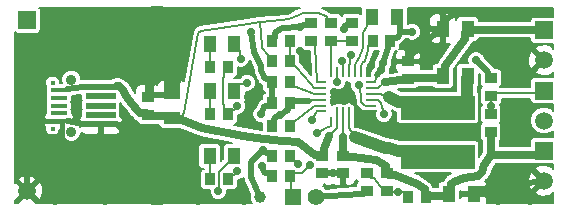
<source format=gtl>
G04 #@! TF.GenerationSoftware,KiCad,Pcbnew,(5.0.0-rc2-dev-596-gcfd2f1d00)*
G04 #@! TF.CreationDate,2018-08-25T14:54:55+02:00*
G04 #@! TF.ProjectId,MP2637,4D50323633372E6B696361645F706362,rev?*
G04 #@! TF.SameCoordinates,Original*
G04 #@! TF.FileFunction,Copper,L1,Top,Signal*
G04 #@! TF.FilePolarity,Positive*
%FSLAX45Y45*%
G04 Gerber Fmt 4.5, Leading zero omitted, Abs format (unit mm)*
G04 Created by KiCad (PCBNEW (5.0.0-rc2-dev-596-gcfd2f1d00)) date 08/25/18 14:54:55*
%MOMM*%
%LPD*%
G01*
G04 APERTURE LIST*
%ADD10C,0.900000*%
%ADD11R,2.500000X2.000000*%
%ADD12R,2.500000X0.500000*%
%ADD13C,0.400000*%
%ADD14R,1.400000X1.600000*%
%ADD15R,1.900000X1.900000*%
%ADD16R,1.350000X0.400000*%
%ADD17R,1.016000X0.889000*%
%ADD18C,1.500000*%
%ADD19R,1.400000X1.100000*%
%ADD20R,1.000000X0.900000*%
%ADD21R,0.900000X1.000000*%
%ADD22R,1.100000X1.400000*%
%ADD23O,0.250000X1.700000*%
%ADD24O,0.250000X1.000000*%
%ADD25O,1.000000X0.250000*%
%ADD26R,1.000000X0.250000*%
%ADD27C,5.000000*%
%ADD28R,6.300000X2.000000*%
%ADD29R,1.500000X1.500000*%
%ADD30R,1.400000X1.400000*%
%ADD31C,1.400000*%
%ADD32C,1.000000*%
%ADD33C,0.700000*%
%ADD34C,0.500000*%
%ADD35C,0.200000*%
%ADD36C,1.000000*%
%ADD37C,0.700000*%
%ADD38C,0.400000*%
%ADD39C,0.300000*%
G04 APERTURE END LIST*
D10*
X10525000Y-6095000D03*
D11*
X10225000Y-5430000D03*
X10225000Y-6320000D03*
X10775000Y-5430000D03*
X10775000Y-6320000D03*
D12*
X10775000Y-5715000D03*
X10775000Y-5795000D03*
X10775000Y-5875000D03*
X10775000Y-5955000D03*
X10775000Y-6035000D03*
D10*
X10525000Y-5655000D03*
D13*
X10365000Y-5680000D03*
D14*
X10385000Y-5555000D03*
X10385000Y-6195000D03*
D15*
X10150000Y-5470000D03*
X10150000Y-5730000D03*
X10150000Y-6020000D03*
X10150000Y-6280000D03*
D16*
X10419000Y-5745000D03*
X10419000Y-5810000D03*
X10419000Y-5875000D03*
X10419000Y-5940000D03*
X10419000Y-6005000D03*
D13*
X10365000Y-6070000D03*
D17*
X11175000Y-5951200D03*
X11175000Y-5798800D03*
D18*
X10150000Y-6600000D03*
D19*
X11375000Y-5980000D03*
X11375000Y-5770000D03*
D20*
X12650000Y-6300000D03*
X12650000Y-6450000D03*
D21*
X12375000Y-5850000D03*
X12225000Y-5850000D03*
X13525000Y-6650000D03*
X13375000Y-6650000D03*
D20*
X12550000Y-5325000D03*
X12550000Y-5175000D03*
X12825000Y-6300000D03*
X12825000Y-6450000D03*
D22*
X13720000Y-6625000D03*
X13930000Y-6625000D03*
D23*
X12875000Y-5975000D03*
X12925000Y-5975000D03*
D24*
X12975000Y-6010000D03*
D23*
X12825000Y-5975000D03*
X12775000Y-5975000D03*
D24*
X12725000Y-6010000D03*
D25*
X12640000Y-5775000D03*
X12640000Y-5825000D03*
X12640000Y-5875000D03*
X12640000Y-5925000D03*
X12640000Y-5725000D03*
X12640000Y-5675000D03*
D24*
X12725000Y-5590000D03*
X12775000Y-5590000D03*
X12825000Y-5590000D03*
D25*
X13060000Y-5675000D03*
X13060000Y-5725000D03*
D26*
X13060000Y-5925000D03*
D25*
X13060000Y-5875000D03*
X13060000Y-5825000D03*
X13060000Y-5775000D03*
D24*
X12975000Y-5590000D03*
X12925000Y-5590000D03*
X12875000Y-5590000D03*
D22*
X11695000Y-5350000D03*
X11905000Y-5350000D03*
X11695000Y-5750000D03*
X11905000Y-5750000D03*
X11695000Y-6300000D03*
X11905000Y-6300000D03*
D27*
X11250000Y-5275000D03*
X11250000Y-6475000D03*
D28*
X13625000Y-6307500D03*
X13625000Y-5892500D03*
D21*
X12225000Y-6300000D03*
X12375000Y-6300000D03*
X12222700Y-6048390D03*
X12372700Y-6048390D03*
X12225000Y-6475000D03*
X12375000Y-6475000D03*
D20*
X12725000Y-5175000D03*
X12725000Y-5325000D03*
X12900000Y-5325000D03*
X12900000Y-5175000D03*
D21*
X12225000Y-5500000D03*
X12375000Y-5500000D03*
X12375000Y-5325000D03*
X12225000Y-5325000D03*
X12375000Y-5675000D03*
X12225000Y-5675000D03*
D20*
X14075000Y-6100000D03*
X14075000Y-5950000D03*
X14076600Y-5793780D03*
X14076600Y-5643780D03*
D21*
X11850000Y-5550000D03*
X11700000Y-5550000D03*
X11850000Y-5950000D03*
X11700000Y-5950000D03*
X11850000Y-6500000D03*
X11700000Y-6500000D03*
D20*
X13200000Y-6450000D03*
X13200000Y-6600000D03*
X13025000Y-6450000D03*
X13025000Y-6600000D03*
D21*
X13075000Y-5325000D03*
X13225000Y-5325000D03*
D22*
X13880000Y-5625000D03*
X13670000Y-5625000D03*
D29*
X10150000Y-5150000D03*
D30*
X12400000Y-6650000D03*
D31*
X12600000Y-6650000D03*
D29*
X14525000Y-6258000D03*
D18*
X14525000Y-6512000D03*
D22*
X13070000Y-5125000D03*
X13280000Y-5125000D03*
D32*
X12125000Y-6650000D03*
D20*
X13375000Y-5650000D03*
X13375000Y-5500000D03*
D22*
X13880000Y-5225000D03*
X13670000Y-5225000D03*
D29*
X14525000Y-5238000D03*
D18*
X14525000Y-5492000D03*
D29*
X14525000Y-5748000D03*
D18*
X14525000Y-6002000D03*
D33*
X12049100Y-5256010D03*
X12460000Y-5210000D03*
X12830000Y-5227170D03*
X13410000Y-5250000D03*
X13148200Y-5574580D03*
X13165300Y-5511470D03*
X13953300Y-5491320D03*
X12132300Y-5946770D03*
X12139700Y-6388360D03*
X12891600Y-5444720D03*
X14075300Y-5875510D03*
X10990000Y-5790000D03*
X11040000Y-5860000D03*
X12294700Y-5951910D03*
X12149800Y-6249230D03*
X11929600Y-6431070D03*
X11929200Y-5880000D03*
X12909200Y-6306440D03*
X13288800Y-6607080D03*
X12812900Y-5495980D03*
X12602000Y-6110480D03*
X12547400Y-6376550D03*
X12564000Y-6001270D03*
X12446300Y-6368350D03*
X12776400Y-5675400D03*
X12013200Y-5680870D03*
X12956600Y-5700890D03*
X11960000Y-5480000D03*
X13170000Y-5950000D03*
X11770000Y-6600000D03*
X10390000Y-6680000D03*
X10810000Y-6680000D03*
X10380000Y-5070000D03*
X10790000Y-5070000D03*
X12909700Y-5834520D03*
X12831800Y-5834590D03*
X12749700Y-5836110D03*
X12747600Y-5762480D03*
X12827600Y-5760760D03*
X11335200Y-5623290D03*
X11426100Y-5620950D03*
X12735700Y-6450000D03*
X13230000Y-6120000D03*
X13810000Y-5070000D03*
X14120000Y-5070000D03*
X14380000Y-5070000D03*
X13490000Y-5070000D03*
X12810000Y-5070000D03*
X12340000Y-5070000D03*
X11990000Y-5070000D03*
X11640000Y-5070000D03*
X11600000Y-6680000D03*
X11990000Y-6680000D03*
X14140000Y-6680000D03*
X14375000Y-6125000D03*
X13621400Y-6496560D03*
X13446200Y-5403460D03*
X12462200Y-5413270D03*
X13060800Y-5543330D03*
X14212200Y-5859320D03*
X14343400Y-5384830D03*
X14007000Y-5387290D03*
X14386600Y-5629470D03*
X13910800Y-6096730D03*
X13456200Y-6100000D03*
X14410000Y-6680000D03*
X14121900Y-6423710D03*
X12018300Y-5801930D03*
X12042900Y-5578160D03*
X12022400Y-6031710D03*
X11546200Y-6154860D03*
X10986000Y-6119970D03*
X11022900Y-5606890D03*
X10503700Y-6399080D03*
X10070000Y-5600000D03*
X10070000Y-5880000D03*
X10070000Y-6150000D03*
X10550000Y-5300000D03*
D34*
X12074980Y-5418500D02*
X12049100Y-5256010D01*
X12128950Y-5542520D02*
X12074980Y-5418500D01*
X12128950Y-5571150D02*
X12128950Y-5542520D01*
X12155000Y-5635360D02*
X12128950Y-5571150D01*
X12169640Y-5650000D02*
X12155000Y-5635360D01*
X12180000Y-5650000D02*
X12169640Y-5650000D01*
X12205000Y-5650000D02*
X12180000Y-5650000D01*
X12225000Y-5675000D02*
X12205000Y-5650000D01*
X12245000Y-5300000D02*
X12225000Y-5325000D01*
X12245000Y-5275000D02*
X12245000Y-5300000D01*
X12245000Y-5264640D02*
X12245000Y-5275000D01*
X12259640Y-5250000D02*
X12245000Y-5264640D01*
X12307210Y-5219990D02*
X12259640Y-5250000D01*
X12460000Y-5210000D02*
X12307210Y-5219990D01*
X13000000Y-6620000D02*
X13025000Y-6600000D01*
X12975000Y-6620000D02*
X13000000Y-6620000D01*
X12964640Y-6620000D02*
X12975000Y-6620000D01*
X12600000Y-6650000D02*
X12964640Y-6620000D01*
X12225000Y-5700000D02*
X12225000Y-5675000D01*
X12225000Y-5725000D02*
X12225000Y-5700000D01*
X12225000Y-5800000D02*
X12225000Y-5725000D01*
X12225000Y-5825000D02*
X12225000Y-5800000D01*
X12225000Y-5850000D02*
X12225000Y-5825000D01*
X12155000Y-6435360D02*
X12139700Y-6388360D01*
X12169640Y-6450000D02*
X12155000Y-6435360D01*
X12180000Y-6450000D02*
X12169640Y-6450000D01*
X12205000Y-6450000D02*
X12180000Y-6450000D01*
X12225000Y-6475000D02*
X12205000Y-6450000D01*
X13205000Y-5350000D02*
X13225000Y-5325000D01*
X13205000Y-5375000D02*
X13205000Y-5350000D01*
X13205000Y-5385360D02*
X13205000Y-5375000D01*
X13165300Y-5511470D02*
X13205000Y-5385360D01*
X12525000Y-5195000D02*
X12550000Y-5175000D01*
X12500000Y-5195000D02*
X12525000Y-5195000D01*
X12489640Y-5195000D02*
X12500000Y-5195000D01*
X12460000Y-5210000D02*
X12489640Y-5195000D01*
X12205000Y-5875000D02*
X12225000Y-5850000D01*
X12180000Y-5875000D02*
X12205000Y-5875000D01*
X12169640Y-5875000D02*
X12180000Y-5875000D01*
X12155000Y-5889640D02*
X12169640Y-5875000D01*
X12132680Y-5944400D02*
X12155000Y-5889640D01*
X12132300Y-5946770D02*
X12132680Y-5944400D01*
X14051600Y-5623780D02*
X14076600Y-5643780D01*
X14051600Y-5598780D02*
X14051600Y-5623780D01*
X14051600Y-5588420D02*
X14051600Y-5598780D01*
X14036960Y-5573780D02*
X14051600Y-5588420D01*
X13953300Y-5491320D02*
X14036960Y-5573780D01*
D35*
X13097500Y-5675000D02*
X13115000Y-5619160D01*
X13060000Y-5675000D02*
X13097500Y-5675000D01*
D34*
X13245000Y-5300000D02*
X13225000Y-5325000D01*
X13270000Y-5300000D02*
X13245000Y-5300000D01*
X13280360Y-5300000D02*
X13270000Y-5300000D01*
X13295000Y-5285360D02*
X13280360Y-5300000D01*
X13310000Y-5250000D02*
X13295000Y-5285360D01*
X12875000Y-5195000D02*
X12900000Y-5175000D01*
X12850000Y-5195000D02*
X12875000Y-5195000D01*
X12841720Y-5200000D02*
X12850000Y-5195000D01*
X12830000Y-5211720D02*
X12841720Y-5200000D01*
X12830000Y-5227170D02*
X12830000Y-5211720D01*
X13165300Y-5511470D02*
X13148200Y-5574580D01*
X13310000Y-5170000D02*
X13280000Y-5125000D01*
X13310000Y-5195000D02*
X13310000Y-5170000D01*
X13310000Y-5250000D02*
X13310000Y-5195000D01*
X13115000Y-5619160D02*
X13148200Y-5574580D01*
X13410000Y-5250000D02*
X13310000Y-5250000D01*
D35*
X12885770Y-5481390D02*
X12891600Y-5444720D01*
X12882770Y-5514300D02*
X12885770Y-5481390D01*
X12882770Y-5524920D02*
X12882770Y-5514300D01*
X12876630Y-5532460D02*
X12882770Y-5524920D01*
X12875000Y-5552500D02*
X12876630Y-5532460D01*
X12875000Y-5590000D02*
X12875000Y-5552500D01*
X14075300Y-5828780D02*
X14076600Y-5793780D01*
X14075300Y-5838780D02*
X14075300Y-5828780D01*
X14075300Y-5875510D02*
X14075300Y-5838780D01*
X14075300Y-5915000D02*
X14075000Y-5950000D01*
X14075300Y-5905000D02*
X14075300Y-5915000D01*
X14075300Y-5875510D02*
X14075300Y-5905000D01*
X14460000Y-5770890D02*
X14525000Y-5748000D01*
X14450000Y-5770890D02*
X14460000Y-5770890D01*
X14126600Y-5770890D02*
X14450000Y-5770890D01*
X14116600Y-5770890D02*
X14126600Y-5770890D01*
X14076600Y-5793780D02*
X14116600Y-5770890D01*
D36*
X13875010Y-5645000D02*
X13880000Y-5625000D01*
X13875010Y-5695000D02*
X13875010Y-5645000D01*
X13875010Y-5792500D02*
X13875010Y-5695000D01*
X13875010Y-5842500D02*
X13875010Y-5792500D01*
X13625000Y-5892500D02*
X13875010Y-5842500D01*
D35*
X13138920Y-5775000D02*
X13216500Y-5801950D01*
X13097500Y-5775000D02*
X13138920Y-5775000D01*
X13060000Y-5775000D02*
X13097500Y-5775000D01*
D36*
X13289290Y-5842500D02*
X13216500Y-5801950D01*
X13310000Y-5842500D02*
X13289290Y-5842500D01*
X13360000Y-5842500D02*
X13310000Y-5842500D01*
X13625000Y-5892500D02*
X13360000Y-5842500D01*
X13360000Y-6257500D02*
X13625000Y-6307500D01*
X13310000Y-6257500D02*
X13360000Y-6257500D01*
X13289290Y-6257500D02*
X13310000Y-6257500D01*
X13211610Y-6231670D02*
X13289290Y-6257500D01*
X13183740Y-6231670D02*
X13211610Y-6231670D01*
X12926600Y-6144550D02*
X13183740Y-6231670D01*
D35*
X12875000Y-6068210D02*
X12926600Y-6144550D01*
X12875000Y-6047500D02*
X12875000Y-6068210D01*
X12875000Y-5975000D02*
X12875000Y-6047500D01*
X11697500Y-5810000D02*
X11695000Y-5750000D01*
X11697500Y-5820000D02*
X11697500Y-5810000D01*
X11697500Y-5900000D02*
X11697500Y-5820000D01*
X11697500Y-5910000D02*
X11697500Y-5900000D01*
X11700000Y-5950000D02*
X11697500Y-5910000D01*
X11697500Y-5410000D02*
X11695000Y-5350000D01*
X11697500Y-5420000D02*
X11697500Y-5410000D01*
X11697500Y-5500000D02*
X11697500Y-5420000D01*
X11697500Y-5510000D02*
X11697500Y-5500000D01*
X11700000Y-5550000D02*
X11697500Y-5510000D01*
X11697500Y-6360000D02*
X11695000Y-6300000D01*
X11697500Y-6370000D02*
X11697500Y-6360000D01*
X11697500Y-6450000D02*
X11697500Y-6370000D01*
X11697500Y-6460000D02*
X11697500Y-6450000D01*
X11700000Y-6500000D02*
X11697500Y-6460000D01*
D37*
X12635000Y-6290000D02*
X12650000Y-6300000D01*
X12600000Y-6290000D02*
X12635000Y-6290000D01*
X12585500Y-6290000D02*
X12600000Y-6290000D01*
X12446930Y-6184990D02*
X12585500Y-6290000D01*
X12215770Y-6163400D02*
X12446930Y-6184990D01*
X12188290Y-6156310D02*
X12215770Y-6163400D01*
X12153710Y-6156310D02*
X12188290Y-6156310D01*
X11980970Y-6131720D02*
X12153710Y-6156310D01*
X11628070Y-6065010D02*
X11980970Y-6131720D01*
X11459500Y-6000000D02*
X11628070Y-6065010D01*
X11445000Y-6000000D02*
X11459500Y-6000000D01*
X11410000Y-6000000D02*
X11445000Y-6000000D01*
X11375000Y-5980000D02*
X11410000Y-6000000D01*
D35*
X10486500Y-5735400D02*
X10489900Y-5735400D01*
X10476500Y-5735400D02*
X10486500Y-5735400D01*
X10419000Y-5745000D02*
X10476500Y-5735400D01*
X12190000Y-5460000D02*
X12225000Y-5500000D01*
X12190000Y-5450000D02*
X12190000Y-5460000D01*
X12190000Y-5445860D02*
X12190000Y-5450000D01*
X12142500Y-5390530D02*
X12190000Y-5445860D01*
X12139990Y-5366570D02*
X12142500Y-5390530D01*
X12122300Y-5167490D02*
X12139990Y-5366570D01*
X12775000Y-6068210D02*
X12708800Y-6136390D01*
X12775000Y-6047500D02*
X12775000Y-6068210D01*
X12775000Y-5975000D02*
X12775000Y-6047500D01*
D37*
X10926920Y-5707580D02*
X10910080Y-5707580D01*
X10964980Y-5745640D02*
X10926920Y-5707580D01*
X10990000Y-5790000D02*
X10964980Y-5745640D01*
D35*
X12220290Y-5154980D02*
X12122300Y-5167490D01*
X12371070Y-5145010D02*
X12220290Y-5154980D01*
X12452360Y-5104990D02*
X12371070Y-5145010D01*
X12483430Y-5089990D02*
X12452360Y-5104990D01*
X12516570Y-5089990D02*
X12483430Y-5089990D01*
X12616570Y-5089990D02*
X12516570Y-5089990D01*
X12679140Y-5120000D02*
X12616570Y-5089990D01*
X12685000Y-5125860D02*
X12679140Y-5120000D01*
X12685000Y-5130000D02*
X12685000Y-5125860D01*
X12685000Y-5140000D02*
X12685000Y-5130000D01*
X12725000Y-5175000D02*
X12685000Y-5140000D01*
X12018030Y-5181000D02*
X12122300Y-5167490D01*
X11623430Y-5239990D02*
X12018030Y-5181000D01*
X11599990Y-5263430D02*
X11623430Y-5239990D01*
X11480000Y-5939500D02*
X11599990Y-5263430D01*
X11459500Y-5960000D02*
X11480000Y-5939500D01*
X11445000Y-5960000D02*
X11459500Y-5960000D01*
X11435000Y-5960000D02*
X11445000Y-5960000D01*
X11375000Y-5980000D02*
X11435000Y-5960000D01*
D34*
X10900000Y-5715000D02*
X10910080Y-5707580D01*
X10875000Y-5715000D02*
X10900000Y-5715000D01*
X10775000Y-5715000D02*
X10875000Y-5715000D01*
D37*
X11340000Y-5960650D02*
X11375000Y-5980000D01*
X11305000Y-5960650D02*
X11340000Y-5960650D01*
X11225800Y-5960650D02*
X11305000Y-5960650D01*
X11190800Y-5960650D02*
X11225800Y-5960650D01*
X11175000Y-5951200D02*
X11190800Y-5960650D01*
X11159200Y-5941750D02*
X11175000Y-5951200D01*
X11124200Y-5941750D02*
X11159200Y-5941750D01*
X11109700Y-5941750D02*
X11124200Y-5941750D01*
X11089200Y-5921250D02*
X11109700Y-5941750D01*
X11040000Y-5860000D02*
X11089200Y-5921250D01*
D34*
X10490810Y-5735400D02*
X10489900Y-5735400D01*
X10627210Y-5714990D02*
X10490810Y-5735400D01*
X10650000Y-5715000D02*
X10627210Y-5714990D01*
X10675000Y-5715000D02*
X10650000Y-5715000D01*
X10775000Y-5715000D02*
X10675000Y-5715000D01*
D37*
X11040000Y-5860000D02*
X10990000Y-5790000D01*
X12665000Y-6240500D02*
X12708800Y-6136390D01*
X12665000Y-6255000D02*
X12665000Y-6240500D01*
X12665000Y-6290000D02*
X12665000Y-6255000D01*
X12650000Y-6300000D02*
X12665000Y-6290000D01*
D34*
X12242700Y-6023390D02*
X12222700Y-6048390D01*
X12242700Y-5998390D02*
X12242700Y-6023390D01*
X12242700Y-5988030D02*
X12242700Y-5998390D01*
X12257340Y-5973390D02*
X12242700Y-5988030D01*
X12292440Y-5954170D02*
X12257340Y-5973390D01*
X12294700Y-5951910D02*
X12292440Y-5954170D01*
X12205000Y-6275000D02*
X12225000Y-6300000D01*
X12180000Y-6275000D02*
X12205000Y-6275000D01*
X12169640Y-6275000D02*
X12180000Y-6275000D01*
X12155000Y-6260360D02*
X12169640Y-6275000D01*
X12149800Y-6249230D02*
X12155000Y-6260360D01*
X12046350Y-6482300D02*
X12125000Y-6650000D01*
X12044980Y-6478990D02*
X12046350Y-6482300D01*
X12044980Y-6371010D02*
X12044980Y-6478990D01*
X12049690Y-6351080D02*
X12044980Y-6371010D01*
X12149800Y-6249230D02*
X12049690Y-6351080D01*
X12420000Y-5834170D02*
X12535600Y-5834170D01*
X12395000Y-5834170D02*
X12420000Y-5834170D01*
X12375000Y-5850000D02*
X12395000Y-5834170D01*
X12304910Y-5943380D02*
X12294700Y-5951910D01*
X12340360Y-5925000D02*
X12304910Y-5943380D01*
X12355000Y-5910360D02*
X12340360Y-5925000D01*
X12355000Y-5900000D02*
X12355000Y-5910360D01*
X12355000Y-5875000D02*
X12355000Y-5900000D01*
X12375000Y-5850000D02*
X12355000Y-5875000D01*
D35*
X12561080Y-5825000D02*
X12535600Y-5834170D01*
X12602500Y-5825000D02*
X12561080Y-5825000D01*
X12640000Y-5825000D02*
X12602500Y-5825000D01*
D37*
X13215000Y-6460000D02*
X13200000Y-6450000D01*
X13250000Y-6460000D02*
X13215000Y-6460000D01*
X13264500Y-6460000D02*
X13250000Y-6460000D01*
X13446930Y-6534990D02*
X13264500Y-6460000D01*
X13494500Y-6565000D02*
X13446930Y-6534990D01*
X13515000Y-6585500D02*
X13494500Y-6565000D01*
X13515000Y-6600000D02*
X13515000Y-6585500D01*
X13515000Y-6635000D02*
X13515000Y-6600000D01*
X13525000Y-6650000D02*
X13515000Y-6635000D01*
D35*
X12825000Y-6088920D02*
X12821300Y-6144550D01*
X12825000Y-6047500D02*
X12825000Y-6088920D01*
X12825000Y-5975000D02*
X12825000Y-6047500D01*
D37*
X13700000Y-6637500D02*
X13720000Y-6625000D01*
X13665000Y-6637500D02*
X13700000Y-6637500D01*
X13570000Y-6637500D02*
X13665000Y-6637500D01*
X13535000Y-6637500D02*
X13570000Y-6637500D01*
X13525000Y-6650000D02*
X13535000Y-6637500D01*
D35*
X11815000Y-5910000D02*
X11850000Y-5950000D01*
X11815000Y-5900000D02*
X11815000Y-5910000D01*
X11815000Y-5895860D02*
X11815000Y-5900000D01*
X11809990Y-5836570D02*
X11815000Y-5895860D01*
X11809990Y-5803430D02*
X11809990Y-5836570D01*
X11809990Y-5663430D02*
X11809990Y-5803430D01*
X11815000Y-5604140D02*
X11809990Y-5663430D01*
X11815000Y-5600000D02*
X11815000Y-5604140D01*
X11815000Y-5590000D02*
X11815000Y-5600000D01*
X11850000Y-5550000D02*
X11815000Y-5590000D01*
D37*
X14077400Y-6110000D02*
X14075000Y-6100000D01*
X14077400Y-6145000D02*
X14077400Y-6110000D01*
X14077400Y-6292260D02*
X14077400Y-6145000D01*
X12840000Y-6306440D02*
X12825000Y-6300000D01*
X12875000Y-6306440D02*
X12840000Y-6306440D01*
X12909200Y-6306440D02*
X12875000Y-6306440D01*
X14485000Y-6292260D02*
X14525000Y-6258000D01*
X14450000Y-6292260D02*
X14485000Y-6292260D01*
X14077400Y-6292260D02*
X14450000Y-6292260D01*
D35*
X11885000Y-5910000D02*
X11850000Y-5950000D01*
X11895000Y-5910000D02*
X11885000Y-5910000D01*
X11899140Y-5910000D02*
X11895000Y-5910000D01*
X11929200Y-5880000D02*
X11899140Y-5910000D01*
D37*
X14021890Y-6382280D02*
X14077400Y-6292260D01*
X14005010Y-6434430D02*
X14021890Y-6382280D01*
X13966930Y-6472510D02*
X14005010Y-6434430D01*
X13848070Y-6489990D02*
X13966930Y-6472510D01*
X13760500Y-6520000D02*
X13848070Y-6489990D01*
X13740000Y-6540500D02*
X13760500Y-6520000D01*
X13740000Y-6555000D02*
X13740000Y-6540500D01*
X13740000Y-6590000D02*
X13740000Y-6555000D01*
X13720000Y-6625000D02*
X13740000Y-6590000D01*
X13101930Y-6339990D02*
X12909200Y-6306440D01*
X13164500Y-6370000D02*
X13101930Y-6339990D01*
X13185000Y-6390500D02*
X13164500Y-6370000D01*
X13185000Y-6405000D02*
X13185000Y-6390500D01*
X13185000Y-6440000D02*
X13185000Y-6405000D01*
X13200000Y-6450000D02*
X13185000Y-6440000D01*
X12821300Y-6255000D02*
X12821300Y-6144550D01*
X12821300Y-6290000D02*
X12821300Y-6255000D01*
X12825000Y-6300000D02*
X12821300Y-6290000D01*
D35*
X11899140Y-6460000D02*
X11929600Y-6431070D01*
X11895000Y-6460000D02*
X11899140Y-6460000D01*
X11885000Y-6460000D02*
X11895000Y-6460000D01*
X11850000Y-6500000D02*
X11885000Y-6460000D01*
X13340000Y-6610000D02*
X13375000Y-6650000D01*
X13330000Y-6610000D02*
X13340000Y-6610000D01*
X13325860Y-6610000D02*
X13330000Y-6610000D01*
X13288800Y-6607080D02*
X13325860Y-6610000D01*
X12825000Y-5552500D02*
X12825000Y-5590000D01*
X12825000Y-5531790D02*
X12825000Y-5552500D01*
X12812900Y-5495980D02*
X12825000Y-5531790D01*
X13065000Y-6485000D02*
X13025000Y-6450000D01*
X13075000Y-6485000D02*
X13065000Y-6485000D01*
X13079140Y-6485000D02*
X13075000Y-6485000D01*
X13085000Y-6490860D02*
X13079140Y-6485000D01*
X13140000Y-6559140D02*
X13085000Y-6490860D01*
X13145860Y-6565000D02*
X13140000Y-6559140D01*
X13150000Y-6565000D02*
X13145860Y-6565000D01*
X13160000Y-6565000D02*
X13150000Y-6565000D01*
X13200000Y-6600000D02*
X13160000Y-6565000D01*
X13240000Y-6607080D02*
X13200000Y-6600000D01*
X13250000Y-6607080D02*
X13240000Y-6607080D01*
X13288800Y-6607080D02*
X13250000Y-6607080D01*
X12602500Y-5675000D02*
X12640000Y-5675000D01*
X12590000Y-5374140D02*
X12602500Y-5675000D01*
X12590000Y-5370000D02*
X12590000Y-5374140D01*
X12590000Y-5360000D02*
X12590000Y-5370000D01*
X12550000Y-5325000D02*
X12590000Y-5360000D01*
X13118210Y-5725000D02*
X13177100Y-5677980D01*
X13097500Y-5725000D02*
X13118210Y-5725000D01*
X13060000Y-5725000D02*
X13097500Y-5725000D01*
D37*
X13860000Y-5260000D02*
X13880000Y-5225000D01*
X13860000Y-5295000D02*
X13860000Y-5260000D01*
X13860000Y-5309500D02*
X13860000Y-5295000D01*
X13690000Y-5540500D02*
X13860000Y-5309500D01*
X13690000Y-5555000D02*
X13690000Y-5540500D01*
X13690000Y-5590000D02*
X13690000Y-5555000D01*
X13670000Y-5625000D02*
X13690000Y-5590000D01*
X14485000Y-5231500D02*
X14525000Y-5238000D01*
X14450000Y-5231500D02*
X14485000Y-5231500D01*
X13935000Y-5231500D02*
X14450000Y-5231500D01*
X13900000Y-5231500D02*
X13935000Y-5231500D01*
X13880000Y-5225000D02*
X13900000Y-5231500D01*
X13650000Y-5640000D02*
X13670000Y-5625000D01*
X13615000Y-5640000D02*
X13650000Y-5640000D01*
X13425000Y-5640000D02*
X13615000Y-5640000D01*
X13390000Y-5640000D02*
X13425000Y-5640000D01*
X13375000Y-5650000D02*
X13390000Y-5640000D01*
X13360000Y-5660000D02*
X13375000Y-5650000D01*
X13325000Y-5660000D02*
X13360000Y-5660000D01*
X13310500Y-5660000D02*
X13325000Y-5660000D01*
X13177100Y-5677980D02*
X13310500Y-5660000D01*
D35*
X12387500Y-6515000D02*
X12375000Y-6475000D01*
X12387500Y-6525000D02*
X12387500Y-6515000D01*
X12387500Y-6580000D02*
X12387500Y-6525000D01*
X12387500Y-6590000D02*
X12387500Y-6580000D01*
X12400000Y-6650000D02*
X12387500Y-6590000D01*
X12725000Y-6047500D02*
X12725000Y-6010000D01*
X12677730Y-6061380D02*
X12725000Y-6047500D01*
X12602000Y-6110480D02*
X12677730Y-6061380D01*
X12477370Y-6443360D02*
X12547400Y-6376550D01*
X12420000Y-6443360D02*
X12477370Y-6443360D01*
X12410000Y-6443360D02*
X12420000Y-6443360D01*
X12375000Y-6475000D02*
X12410000Y-6443360D01*
X12602500Y-5775000D02*
X12640000Y-5775000D01*
X12581790Y-5775000D02*
X12602500Y-5775000D01*
X12562160Y-5772400D02*
X12581790Y-5775000D01*
X12561470Y-5771720D02*
X12562160Y-5772400D01*
X12424140Y-5715000D02*
X12561470Y-5771720D01*
X12420000Y-5715000D02*
X12424140Y-5715000D01*
X12410000Y-5715000D02*
X12420000Y-5715000D01*
X12375000Y-5675000D02*
X12410000Y-5715000D01*
X12407700Y-6008390D02*
X12372700Y-6048390D01*
X12417700Y-6008390D02*
X12407700Y-6008390D01*
X12421840Y-6008390D02*
X12417700Y-6008390D01*
X12561290Y-5896190D02*
X12421840Y-6008390D01*
X12581990Y-5875480D02*
X12561290Y-5896190D01*
X12602500Y-5875000D02*
X12581990Y-5875480D01*
X12640000Y-5875000D02*
X12602500Y-5875000D01*
X12602500Y-5925000D02*
X12564000Y-6001270D01*
X12640000Y-5925000D02*
X12602500Y-5925000D01*
X12410000Y-6340000D02*
X12375000Y-6300000D01*
X12420000Y-6340000D02*
X12410000Y-6340000D01*
X12424140Y-6340000D02*
X12420000Y-6340000D01*
X12430000Y-6345860D02*
X12424140Y-6340000D01*
X12446300Y-6368350D02*
X12430000Y-6345860D01*
X12375000Y-5365000D02*
X12375000Y-5325000D01*
X12375000Y-5375000D02*
X12375000Y-5365000D01*
X12375000Y-5450000D02*
X12375000Y-5375000D01*
X12375000Y-5460000D02*
X12375000Y-5450000D01*
X12375000Y-5500000D02*
X12375000Y-5460000D01*
X12602500Y-5725000D02*
X12640000Y-5725000D01*
X12581810Y-5724950D02*
X12602500Y-5725000D01*
X12552550Y-5695690D02*
X12581810Y-5724950D01*
X12430000Y-5545860D02*
X12552550Y-5695690D01*
X12424140Y-5540000D02*
X12430000Y-5545860D01*
X12420000Y-5540000D02*
X12424140Y-5540000D01*
X12410000Y-5540000D02*
X12420000Y-5540000D01*
X12375000Y-5500000D02*
X12410000Y-5540000D01*
X12725000Y-5552500D02*
X12725000Y-5590000D01*
X12725000Y-5370000D02*
X12725000Y-5552500D01*
X12725000Y-5360000D02*
X12725000Y-5370000D01*
X12725000Y-5325000D02*
X12725000Y-5360000D01*
X12765000Y-5325000D02*
X12725000Y-5325000D01*
X12775000Y-5325000D02*
X12765000Y-5325000D01*
X12850000Y-5325000D02*
X12775000Y-5325000D01*
X12860000Y-5325000D02*
X12850000Y-5325000D01*
X12900000Y-5325000D02*
X12860000Y-5325000D01*
X12775000Y-5648210D02*
X12776400Y-5675400D01*
X12775000Y-5627500D02*
X12775000Y-5648210D01*
X12775000Y-5590000D02*
X12775000Y-5627500D01*
X11950000Y-5690000D02*
X11905000Y-5750000D01*
X11960000Y-5690000D02*
X11950000Y-5690000D01*
X11964140Y-5690000D02*
X11960000Y-5690000D01*
X12013200Y-5680870D02*
X11964140Y-5690000D01*
X12972830Y-5795570D02*
X12956600Y-5700890D01*
X12977350Y-5806500D02*
X12972830Y-5795570D01*
X12977350Y-5843700D02*
X12977350Y-5806500D01*
X13003800Y-5870150D02*
X12977350Y-5843700D01*
X13022500Y-5875000D02*
X13003800Y-5870150D01*
X13060000Y-5875000D02*
X13022500Y-5875000D01*
X11950000Y-5410000D02*
X11905000Y-5350000D01*
X11950000Y-5420000D02*
X11950000Y-5410000D01*
X11950000Y-5424140D02*
X11950000Y-5420000D01*
X11960000Y-5480000D02*
X11950000Y-5424140D01*
X13146650Y-5854640D02*
X13170000Y-5950000D01*
X13117860Y-5825850D02*
X13146650Y-5854640D01*
X13097500Y-5825000D02*
X13117860Y-5825850D01*
X13060000Y-5825000D02*
X13097500Y-5825000D01*
X11860000Y-6360000D02*
X11905000Y-6300000D01*
X11850000Y-6360000D02*
X11860000Y-6360000D01*
X11845860Y-6360000D02*
X11850000Y-6360000D01*
X11840000Y-6365860D02*
X11845860Y-6360000D01*
X11775000Y-6433430D02*
X11840000Y-6365860D01*
X11775000Y-6562430D02*
X11775000Y-6433430D01*
X11770000Y-6600000D02*
X11775000Y-6562430D01*
X12975000Y-5552500D02*
X12975000Y-5590000D01*
X12989340Y-5513730D02*
X12975000Y-5552500D01*
X13009510Y-5493560D02*
X12989340Y-5513730D01*
X13040000Y-5407280D02*
X13009510Y-5493560D01*
X13040000Y-5375000D02*
X13040000Y-5407280D01*
X13040000Y-5365000D02*
X13040000Y-5375000D01*
X13075000Y-5325000D02*
X13040000Y-5365000D01*
X12925000Y-5552500D02*
X12925000Y-5590000D01*
X12927630Y-5543500D02*
X12925000Y-5552500D01*
X12927630Y-5532880D02*
X12927630Y-5543500D01*
X12942890Y-5494490D02*
X12927630Y-5532880D01*
X12963060Y-5474320D02*
X12942890Y-5494490D01*
X12990000Y-5386570D02*
X12963060Y-5474320D01*
X12990000Y-5258430D02*
X12990000Y-5386570D01*
X13025000Y-5199140D02*
X12990000Y-5258430D01*
X13025000Y-5195000D02*
X13025000Y-5199140D01*
X13025000Y-5185000D02*
X13025000Y-5195000D01*
X13070000Y-5125000D02*
X13025000Y-5185000D01*
D34*
X11425210Y-5660570D02*
X11426100Y-5620950D01*
X11420000Y-5704640D02*
X11425210Y-5660570D01*
X11420000Y-5715000D02*
X11420000Y-5704640D01*
X11420000Y-5740000D02*
X11420000Y-5715000D01*
X11375000Y-5770000D02*
X11420000Y-5740000D01*
X10495870Y-6002380D02*
X10488510Y-6002380D01*
X10627210Y-6035010D02*
X10495870Y-6002380D01*
X10629770Y-6035010D02*
X10627210Y-6035010D01*
X10650000Y-6035000D02*
X10629770Y-6035010D01*
X10675000Y-6035000D02*
X10650000Y-6035000D01*
X10775000Y-6035000D02*
X10675000Y-6035000D01*
X11335200Y-5715000D02*
X11335200Y-5623290D01*
X11335200Y-5740000D02*
X11335200Y-5715000D01*
X11375000Y-5770000D02*
X11335200Y-5740000D01*
X13960000Y-6580000D02*
X13930000Y-6625000D01*
X13985000Y-6580000D02*
X13960000Y-6580000D01*
X13995360Y-6580000D02*
X13985000Y-6580000D01*
X14525000Y-6512000D02*
X13995360Y-6580000D01*
X13640000Y-5270000D02*
X13670000Y-5225000D01*
X13615000Y-5270000D02*
X13640000Y-5270000D01*
X13604640Y-5270000D02*
X13615000Y-5270000D01*
X13446200Y-5403460D02*
X13604640Y-5270000D01*
X14343400Y-5384830D02*
X14007000Y-5387290D01*
X12775000Y-6450000D02*
X12735700Y-6450000D01*
X12800000Y-6450000D02*
X12775000Y-6450000D01*
X12825000Y-6450000D02*
X12800000Y-6450000D01*
X12797040Y-5834990D02*
X12749700Y-5836110D01*
X12831800Y-5834590D02*
X12797040Y-5834990D01*
X13810000Y-5070000D02*
X14120000Y-5070000D01*
X10385000Y-6185000D02*
X10429240Y-6142210D01*
X10385000Y-6195000D02*
X10385000Y-6185000D01*
D38*
X10442500Y-6120180D02*
X10429240Y-6142210D01*
X10442500Y-6025000D02*
X10442500Y-6120180D01*
X10442500Y-6005000D02*
X10442500Y-6025000D01*
X10419000Y-6005000D02*
X10442500Y-6005000D01*
D34*
X10340000Y-5500000D02*
X10385000Y-5555000D01*
X10315000Y-5500000D02*
X10340000Y-5500000D01*
X10304640Y-5500000D02*
X10315000Y-5500000D01*
X10294610Y-5495190D02*
X10304640Y-5500000D01*
X10245000Y-5495190D02*
X10294610Y-5495190D01*
X10270000Y-5495190D02*
X10245000Y-5495190D01*
X10150000Y-5470000D02*
X10270000Y-5495190D01*
X10790000Y-5070000D02*
X11250000Y-5275000D01*
X13414640Y-5430000D02*
X13446200Y-5403460D01*
X13400000Y-5444640D02*
X13414640Y-5430000D01*
X13400000Y-5455000D02*
X13400000Y-5444640D01*
X13400000Y-5480000D02*
X13400000Y-5455000D01*
X13375000Y-5500000D02*
X13400000Y-5480000D01*
X10080000Y-5660000D02*
X10150000Y-5730000D01*
X10080000Y-5635000D02*
X10080000Y-5660000D01*
X10080000Y-5624640D02*
X10080000Y-5635000D01*
X10070000Y-5600000D02*
X10080000Y-5624640D01*
X10430000Y-6250000D02*
X10385000Y-6195000D01*
X10455000Y-6250000D02*
X10430000Y-6250000D01*
X10650000Y-6250000D02*
X10455000Y-6250000D01*
X10675000Y-6250000D02*
X10650000Y-6250000D01*
X10775000Y-6320000D02*
X10675000Y-6250000D01*
X10910360Y-5355000D02*
X11250000Y-5275000D01*
X10900000Y-5355000D02*
X10910360Y-5355000D01*
X10875000Y-5355000D02*
X10900000Y-5355000D01*
X10775000Y-5430000D02*
X10875000Y-5355000D01*
X10810000Y-6680000D02*
X11250000Y-6475000D01*
D35*
X12975000Y-5972500D02*
X12975000Y-6010000D01*
X12973750Y-5952520D02*
X12975000Y-5972500D01*
X12973750Y-5930350D02*
X12973750Y-5952520D01*
X12972500Y-5928030D02*
X12973750Y-5930350D01*
X12972500Y-5926530D02*
X12972500Y-5928030D01*
D34*
X10675000Y-5500000D02*
X10775000Y-5430000D01*
X10650000Y-5500000D02*
X10675000Y-5500000D01*
X10455000Y-5500000D02*
X10650000Y-5500000D01*
X10430000Y-5500000D02*
X10455000Y-5500000D01*
X10385000Y-5555000D02*
X10430000Y-5500000D01*
X10775000Y-6245000D02*
X10775000Y-6320000D01*
X10775000Y-6220000D02*
X10775000Y-6245000D01*
X10775000Y-6060000D02*
X10775000Y-6220000D01*
X10775000Y-6035000D02*
X10775000Y-6060000D01*
X13910800Y-6096730D02*
X13456200Y-6100000D01*
X11250000Y-6475000D02*
X11546200Y-6154860D01*
X13714640Y-5130000D02*
X13810000Y-5070000D01*
X13700000Y-5144640D02*
X13714640Y-5130000D01*
X13700000Y-5155000D02*
X13700000Y-5144640D01*
X13700000Y-5180000D02*
X13700000Y-5155000D01*
X13670000Y-5225000D02*
X13700000Y-5180000D01*
D39*
X10466500Y-6005000D02*
X10488510Y-6002380D01*
X10419000Y-6005000D02*
X10466500Y-6005000D01*
D34*
X12675000Y-6450000D02*
X12650000Y-6450000D01*
X12700000Y-6450000D02*
X12675000Y-6450000D01*
X12735700Y-6450000D02*
X12700000Y-6450000D01*
X14375000Y-6125000D02*
X14212200Y-5859320D01*
X10340000Y-6250000D02*
X10385000Y-6195000D01*
X10315000Y-6250000D02*
X10340000Y-6250000D01*
X10304640Y-6250000D02*
X10315000Y-6250000D01*
X10294610Y-6254810D02*
X10304640Y-6250000D01*
X10245000Y-6254810D02*
X10294610Y-6254810D01*
X10270000Y-6254810D02*
X10245000Y-6254810D01*
X10150000Y-6280000D02*
X10270000Y-6254810D01*
X11200800Y-5743990D02*
X11250000Y-5275000D01*
X11200800Y-5754350D02*
X11200800Y-5743990D01*
X11200800Y-5779350D02*
X11200800Y-5754350D01*
X11175000Y-5798800D02*
X11200800Y-5779350D01*
D35*
X12925000Y-5926530D02*
X12972500Y-5926530D01*
X12925000Y-5975000D02*
X12925000Y-5926530D01*
D34*
X11200800Y-5784400D02*
X11175000Y-5798800D01*
X11225800Y-5784400D02*
X11200800Y-5784400D01*
X11305000Y-5784400D02*
X11225800Y-5784400D01*
X11330000Y-5784400D02*
X11305000Y-5784400D01*
X11375000Y-5770000D02*
X11330000Y-5784400D01*
X10080000Y-6090000D02*
X10150000Y-6020000D01*
X10080000Y-6115000D02*
X10080000Y-6090000D01*
X10080000Y-6125360D02*
X10080000Y-6115000D01*
X10070000Y-6150000D02*
X10080000Y-6125360D01*
D35*
X13070600Y-5937500D02*
X13070600Y-5990030D01*
X13070600Y-5927500D02*
X13070600Y-5937500D01*
X13060000Y-5925000D02*
X13070600Y-5927500D01*
D34*
X10925000Y-6049640D02*
X10986000Y-6119970D01*
X10910360Y-6035000D02*
X10925000Y-6049640D01*
X10900000Y-6035000D02*
X10910360Y-6035000D01*
X10875000Y-6035000D02*
X10900000Y-6035000D01*
X10775000Y-6035000D02*
X10875000Y-6035000D01*
X12019210Y-5842720D02*
X12022400Y-6031710D01*
X12018300Y-5801930D02*
X12019210Y-5842720D01*
D35*
X13020000Y-5926530D02*
X13060000Y-5925000D01*
X13010000Y-5926530D02*
X13020000Y-5926530D01*
X12972500Y-5926530D02*
X13010000Y-5926530D01*
D38*
X10225000Y-6005000D02*
X10150000Y-6020000D01*
X10245000Y-6005000D02*
X10225000Y-6005000D01*
X10351500Y-6005000D02*
X10245000Y-6005000D01*
X10371500Y-6005000D02*
X10351500Y-6005000D01*
X10419000Y-6005000D02*
X10371500Y-6005000D01*
D34*
X11250000Y-6475000D02*
X11600000Y-6680000D01*
X13230000Y-6120000D02*
X13070600Y-5990030D01*
X12812470Y-5762480D02*
X12827600Y-5760760D01*
X12747600Y-5762480D02*
X12812470Y-5762480D01*
D35*
X12925000Y-5881790D02*
X12909700Y-5834520D01*
X12925000Y-5902500D02*
X12925000Y-5881790D01*
X12925000Y-5975000D02*
X12925000Y-5902500D01*
D34*
X10080000Y-5565000D02*
X10070000Y-5600000D01*
X10080000Y-5540000D02*
X10080000Y-5565000D01*
X10150000Y-5470000D02*
X10080000Y-5540000D01*
X10150000Y-6395000D02*
X10225000Y-6320000D01*
X10150000Y-6420000D02*
X10150000Y-6395000D01*
X10150000Y-6600000D02*
X10150000Y-6420000D01*
D35*
G36*
X12160000Y-5764988D02*
X12157342Y-5766090D01*
X12146090Y-5777342D01*
X12140000Y-5792043D01*
X12140000Y-5807956D01*
X12140000Y-5818132D01*
X12123678Y-5829038D01*
X12109038Y-5843678D01*
X12108934Y-5843834D01*
X12108779Y-5843939D01*
X12101893Y-5854370D01*
X12094948Y-5864765D01*
X12094911Y-5864949D01*
X12094808Y-5865106D01*
X12085794Y-5887222D01*
X12068755Y-5904230D01*
X12057313Y-5931786D01*
X12057287Y-5961623D01*
X12068681Y-5989199D01*
X12089760Y-6010315D01*
X12117316Y-6021757D01*
X12137700Y-6021775D01*
X12137700Y-6078275D01*
X11993228Y-6057709D01*
X11899547Y-6040000D01*
X11902956Y-6040000D01*
X11917658Y-6033910D01*
X11928910Y-6022658D01*
X11935000Y-6007956D01*
X11935000Y-5992043D01*
X11935000Y-5955005D01*
X11944053Y-5955013D01*
X11971629Y-5943619D01*
X11992745Y-5922539D01*
X12004187Y-5894984D01*
X12004213Y-5865147D01*
X11994416Y-5841437D01*
X12000000Y-5827956D01*
X12000000Y-5812043D01*
X12000000Y-5755858D01*
X12028053Y-5755883D01*
X12055629Y-5744489D01*
X12076745Y-5723409D01*
X12088187Y-5695854D01*
X12088213Y-5666017D01*
X12076819Y-5638441D01*
X12055739Y-5617325D01*
X12028184Y-5605883D01*
X11998347Y-5605857D01*
X11970771Y-5617251D01*
X11949655Y-5638330D01*
X11948962Y-5640000D01*
X11902956Y-5640000D01*
X11917658Y-5633910D01*
X11928910Y-5622658D01*
X11935000Y-5607956D01*
X11935000Y-5592044D01*
X11935000Y-5550828D01*
X11945016Y-5554987D01*
X11974853Y-5555013D01*
X12002429Y-5543619D01*
X12023545Y-5522540D01*
X12034987Y-5494984D01*
X12034992Y-5489506D01*
X12063950Y-5556050D01*
X12063950Y-5571150D01*
X12066378Y-5583356D01*
X12068718Y-5595586D01*
X12094768Y-5659796D01*
X12094901Y-5659997D01*
X12094948Y-5660234D01*
X12101863Y-5670583D01*
X12108704Y-5680986D01*
X12108904Y-5681121D01*
X12109038Y-5681322D01*
X12123678Y-5695962D01*
X12140000Y-5706868D01*
X12140000Y-5732956D01*
X12146090Y-5747658D01*
X12157342Y-5758910D01*
X12160000Y-5760011D01*
X12160000Y-5764988D01*
X12160000Y-5764988D01*
G37*
X12160000Y-5764988D02*
X12157342Y-5766090D01*
X12146090Y-5777342D01*
X12140000Y-5792043D01*
X12140000Y-5807956D01*
X12140000Y-5818132D01*
X12123678Y-5829038D01*
X12109038Y-5843678D01*
X12108934Y-5843834D01*
X12108779Y-5843939D01*
X12101893Y-5854370D01*
X12094948Y-5864765D01*
X12094911Y-5864949D01*
X12094808Y-5865106D01*
X12085794Y-5887222D01*
X12068755Y-5904230D01*
X12057313Y-5931786D01*
X12057287Y-5961623D01*
X12068681Y-5989199D01*
X12089760Y-6010315D01*
X12117316Y-6021757D01*
X12137700Y-6021775D01*
X12137700Y-6078275D01*
X11993228Y-6057709D01*
X11899547Y-6040000D01*
X11902956Y-6040000D01*
X11917658Y-6033910D01*
X11928910Y-6022658D01*
X11935000Y-6007956D01*
X11935000Y-5992043D01*
X11935000Y-5955005D01*
X11944053Y-5955013D01*
X11971629Y-5943619D01*
X11992745Y-5922539D01*
X12004187Y-5894984D01*
X12004213Y-5865147D01*
X11994416Y-5841437D01*
X12000000Y-5827956D01*
X12000000Y-5812043D01*
X12000000Y-5755858D01*
X12028053Y-5755883D01*
X12055629Y-5744489D01*
X12076745Y-5723409D01*
X12088187Y-5695854D01*
X12088213Y-5666017D01*
X12076819Y-5638441D01*
X12055739Y-5617325D01*
X12028184Y-5605883D01*
X11998347Y-5605857D01*
X11970771Y-5617251D01*
X11949655Y-5638330D01*
X11948962Y-5640000D01*
X11902956Y-5640000D01*
X11917658Y-5633910D01*
X11928910Y-5622658D01*
X11935000Y-5607956D01*
X11935000Y-5592044D01*
X11935000Y-5550828D01*
X11945016Y-5554987D01*
X11974853Y-5555013D01*
X12002429Y-5543619D01*
X12023545Y-5522540D01*
X12034987Y-5494984D01*
X12034992Y-5489506D01*
X12063950Y-5556050D01*
X12063950Y-5571150D01*
X12066378Y-5583356D01*
X12068718Y-5595586D01*
X12094768Y-5659796D01*
X12094901Y-5659997D01*
X12094948Y-5660234D01*
X12101863Y-5670583D01*
X12108704Y-5680986D01*
X12108904Y-5681121D01*
X12109038Y-5681322D01*
X12123678Y-5695962D01*
X12140000Y-5706868D01*
X12140000Y-5732956D01*
X12146090Y-5747658D01*
X12157342Y-5758910D01*
X12160000Y-5760011D01*
X12160000Y-5764988D01*
G36*
X12456436Y-5047500D02*
X12430622Y-5059963D01*
X12430465Y-5060081D01*
X12430276Y-5060132D01*
X12357879Y-5095773D01*
X12216991Y-5105089D01*
X12215499Y-5105490D01*
X12213958Y-5105383D01*
X12115968Y-5117893D01*
X12115923Y-5117908D01*
X12115875Y-5117905D01*
X12011605Y-5131415D01*
X12011134Y-5131573D01*
X12010637Y-5131550D01*
X11616037Y-5190540D01*
X11610288Y-5192604D01*
X11604296Y-5193796D01*
X11601191Y-5195871D01*
X11597676Y-5197133D01*
X11593154Y-5201240D01*
X11588075Y-5204635D01*
X11564635Y-5228075D01*
X11561615Y-5232594D01*
X11557850Y-5236518D01*
X11556247Y-5240628D01*
X11553796Y-5244296D01*
X11552735Y-5249628D01*
X11550759Y-5254692D01*
X11478152Y-5663789D01*
X11456935Y-5655000D01*
X11433065Y-5655000D01*
X11405000Y-5655000D01*
X11390000Y-5670000D01*
X11390000Y-5755000D01*
X11392000Y-5755000D01*
X11392000Y-5785000D01*
X11390000Y-5785000D01*
X11390000Y-5787000D01*
X11360000Y-5787000D01*
X11360000Y-5785000D01*
X11358000Y-5785000D01*
X11358000Y-5755000D01*
X11360000Y-5755000D01*
X11360000Y-5670000D01*
X11345000Y-5655000D01*
X11316935Y-5655000D01*
X11293065Y-5655000D01*
X11271013Y-5664134D01*
X11254134Y-5681013D01*
X11247017Y-5698195D01*
X11237735Y-5694350D01*
X11213865Y-5694350D01*
X11205000Y-5694350D01*
X11190000Y-5709350D01*
X11190000Y-5783800D01*
X11192000Y-5783800D01*
X11192000Y-5813800D01*
X11190000Y-5813800D01*
X11190000Y-5815800D01*
X11160000Y-5815800D01*
X11160000Y-5813800D01*
X11158000Y-5813800D01*
X11158000Y-5783800D01*
X11160000Y-5783800D01*
X11160000Y-5709350D01*
X11145000Y-5694350D01*
X11136135Y-5694350D01*
X11112265Y-5694350D01*
X11090213Y-5703484D01*
X11073334Y-5720363D01*
X11064200Y-5742415D01*
X11064200Y-5764845D01*
X11056030Y-5753408D01*
X11053619Y-5747571D01*
X11050303Y-5744249D01*
X11030306Y-5708795D01*
X11023670Y-5701073D01*
X11018013Y-5692607D01*
X10979953Y-5654547D01*
X10955621Y-5638289D01*
X10926920Y-5632580D01*
X10910080Y-5632580D01*
X10881379Y-5638289D01*
X10863852Y-5650000D01*
X10775000Y-5650000D01*
X10675000Y-5650000D01*
X10650029Y-5650000D01*
X10627239Y-5649990D01*
X10622459Y-5650939D01*
X10617591Y-5650706D01*
X10610003Y-5651841D01*
X10610015Y-5638167D01*
X10597102Y-5606914D01*
X10573212Y-5582983D01*
X10541982Y-5570015D01*
X10508167Y-5569985D01*
X10476914Y-5582899D01*
X10452983Y-5606788D01*
X10440015Y-5638018D01*
X10439985Y-5671833D01*
X10445426Y-5685000D01*
X10424996Y-5685000D01*
X10425010Y-5668118D01*
X10415895Y-5646057D01*
X10399032Y-5629164D01*
X10376987Y-5620010D01*
X10353118Y-5619990D01*
X10331057Y-5629105D01*
X10314164Y-5645968D01*
X10305010Y-5668013D01*
X10304990Y-5691882D01*
X10313445Y-5712347D01*
X10311500Y-5717043D01*
X10311500Y-5732956D01*
X10311500Y-5772956D01*
X10313382Y-5777500D01*
X10311500Y-5782043D01*
X10311500Y-5797956D01*
X10311500Y-5837956D01*
X10313382Y-5842500D01*
X10311500Y-5847043D01*
X10311500Y-5862956D01*
X10311500Y-5902956D01*
X10313382Y-5907500D01*
X10311500Y-5912043D01*
X10311500Y-5927956D01*
X10311500Y-5940147D01*
X10300635Y-5951013D01*
X10291500Y-5973065D01*
X10291500Y-5980000D01*
X10306500Y-5995000D01*
X10331472Y-5995000D01*
X10343544Y-6000000D01*
X10359457Y-6000000D01*
X10494457Y-6000000D01*
X10506528Y-5995000D01*
X10531500Y-5995000D01*
X10546500Y-5980000D01*
X10546500Y-5973065D01*
X10537366Y-5951013D01*
X10526500Y-5940147D01*
X10526500Y-5912043D01*
X10524618Y-5907500D01*
X10526500Y-5902956D01*
X10526500Y-5887043D01*
X10526500Y-5847043D01*
X10524618Y-5842500D01*
X10526500Y-5837956D01*
X10526500Y-5822043D01*
X10526500Y-5795783D01*
X10610000Y-5783289D01*
X10610000Y-5827956D01*
X10612917Y-5835000D01*
X10610000Y-5842043D01*
X10610000Y-5857956D01*
X10610000Y-5907956D01*
X10612917Y-5915000D01*
X10610000Y-5922043D01*
X10610000Y-5937956D01*
X10610000Y-5965147D01*
X10599135Y-5976013D01*
X10590000Y-5998065D01*
X10590000Y-6007500D01*
X10605000Y-6022500D01*
X10760000Y-6022500D01*
X10760000Y-6020000D01*
X10790000Y-6020000D01*
X10790000Y-6022500D01*
X10945000Y-6022500D01*
X10960000Y-6007500D01*
X10960000Y-5998065D01*
X10950866Y-5976013D01*
X10940000Y-5965147D01*
X10940000Y-5922043D01*
X10937083Y-5915000D01*
X10940000Y-5907956D01*
X10940000Y-5892043D01*
X10940000Y-5849035D01*
X10973970Y-5896592D01*
X10976381Y-5902429D01*
X10984062Y-5910122D01*
X11030728Y-5968218D01*
X11033881Y-5970862D01*
X11036167Y-5974283D01*
X11056667Y-5994783D01*
X11080999Y-6011041D01*
X11080999Y-6011041D01*
X11087843Y-6012402D01*
X11090290Y-6018308D01*
X11101542Y-6029560D01*
X11116244Y-6035650D01*
X11132157Y-6035650D01*
X11190800Y-6035650D01*
X11225800Y-6035650D01*
X11233756Y-6035650D01*
X11265000Y-6035650D01*
X11265000Y-6042956D01*
X11271090Y-6057658D01*
X11282342Y-6068910D01*
X11297043Y-6075000D01*
X11312956Y-6075000D01*
X11410000Y-6075000D01*
X11445000Y-6075000D01*
X11445539Y-6075000D01*
X11601083Y-6134986D01*
X11607808Y-6136153D01*
X11614139Y-6138705D01*
X11885493Y-6190000D01*
X11842043Y-6190000D01*
X11827342Y-6196090D01*
X11816090Y-6207342D01*
X11810000Y-6222043D01*
X11810000Y-6237956D01*
X11810000Y-6325149D01*
X11804645Y-6330505D01*
X11804371Y-6330914D01*
X11803966Y-6331196D01*
X11790000Y-6345715D01*
X11790000Y-6222043D01*
X11783910Y-6207342D01*
X11772658Y-6196090D01*
X11757956Y-6190000D01*
X11742043Y-6190000D01*
X11632043Y-6190000D01*
X11617342Y-6196090D01*
X11606090Y-6207342D01*
X11600000Y-6222043D01*
X11600000Y-6237956D01*
X11600000Y-6377956D01*
X11606090Y-6392658D01*
X11617342Y-6403910D01*
X11632043Y-6410000D01*
X11647043Y-6410000D01*
X11632342Y-6416090D01*
X11621090Y-6427342D01*
X11615000Y-6442043D01*
X11615000Y-6457956D01*
X11615000Y-6557956D01*
X11621090Y-6572658D01*
X11632342Y-6583910D01*
X11647043Y-6590000D01*
X11662956Y-6590000D01*
X11695009Y-6590000D01*
X11694987Y-6614853D01*
X11706381Y-6642429D01*
X11727460Y-6663545D01*
X11755016Y-6674987D01*
X11784853Y-6675013D01*
X11812429Y-6663619D01*
X11833545Y-6642539D01*
X11844987Y-6614984D01*
X11845009Y-6590000D01*
X11902956Y-6590000D01*
X11917658Y-6583910D01*
X11928910Y-6572658D01*
X11935000Y-6557956D01*
X11935000Y-6542043D01*
X11935000Y-6506075D01*
X11944453Y-6506083D01*
X11972029Y-6494689D01*
X11981268Y-6485465D01*
X11982452Y-6491416D01*
X11984921Y-6503848D01*
X11984928Y-6503864D01*
X11984928Y-6503864D01*
X11986291Y-6507158D01*
X11987136Y-6508423D01*
X11987501Y-6509900D01*
X12039598Y-6620984D01*
X12035016Y-6632019D01*
X12034984Y-6667824D01*
X12048657Y-6700914D01*
X12050240Y-6702500D01*
X10960000Y-6702500D01*
X10960000Y-6071935D01*
X10960000Y-6062500D01*
X10945000Y-6047500D01*
X10790000Y-6047500D01*
X10790000Y-6105000D01*
X10805000Y-6120000D01*
X10911935Y-6120000D01*
X10933987Y-6110866D01*
X10950866Y-6093987D01*
X10960000Y-6071935D01*
X10960000Y-6702500D01*
X10760000Y-6702500D01*
X10760000Y-6105000D01*
X10760000Y-6047500D01*
X10605000Y-6047500D01*
X10599582Y-6052918D01*
X10597102Y-6046914D01*
X10573212Y-6022983D01*
X10541982Y-6010015D01*
X10508167Y-6009985D01*
X10496030Y-6015000D01*
X10434000Y-6015000D01*
X10434000Y-6022000D01*
X10404000Y-6022000D01*
X10404000Y-6015000D01*
X10389003Y-6015000D01*
X10376987Y-6010010D01*
X10353118Y-6009990D01*
X10340991Y-6015000D01*
X10306500Y-6015000D01*
X10291500Y-6030000D01*
X10291500Y-6036935D01*
X10300635Y-6058987D01*
X10305006Y-6063358D01*
X10304990Y-6081882D01*
X10314105Y-6103943D01*
X10330968Y-6120836D01*
X10353013Y-6129990D01*
X10376882Y-6130010D01*
X10398943Y-6120895D01*
X10415836Y-6104032D01*
X10423739Y-6085000D01*
X10425010Y-6085000D01*
X10434000Y-6085000D01*
X10434000Y-6070000D01*
X10440603Y-6076603D01*
X10440015Y-6078018D01*
X10439985Y-6111833D01*
X10452899Y-6143086D01*
X10476789Y-6167017D01*
X10508018Y-6179985D01*
X10541833Y-6180015D01*
X10573086Y-6167101D01*
X10597017Y-6143211D01*
X10609985Y-6111982D01*
X10609991Y-6104844D01*
X10616013Y-6110866D01*
X10638065Y-6120000D01*
X10745000Y-6120000D01*
X10760000Y-6105000D01*
X10760000Y-6702500D01*
X10425010Y-6702500D01*
X10286546Y-6702500D01*
X10286546Y-6617356D01*
X10282794Y-6563780D01*
X10269511Y-6531712D01*
X10246679Y-6524535D01*
X10225465Y-6545748D01*
X10225465Y-6503321D01*
X10218288Y-6480489D01*
X10167356Y-6463454D01*
X10113780Y-6467206D01*
X10081712Y-6480489D01*
X10074535Y-6503321D01*
X10150000Y-6578787D01*
X10225465Y-6503321D01*
X10225465Y-6545748D01*
X10171213Y-6600000D01*
X10246679Y-6675465D01*
X10269511Y-6668288D01*
X10286546Y-6617356D01*
X10286546Y-6702500D01*
X10223635Y-6702500D01*
X10225465Y-6696678D01*
X10150000Y-6621213D01*
X10074535Y-6696678D01*
X10076365Y-6702500D01*
X10047500Y-6702500D01*
X10047500Y-6673635D01*
X10053322Y-6675465D01*
X10128787Y-6600000D01*
X10053322Y-6524535D01*
X10047500Y-6526365D01*
X10047500Y-5254069D01*
X10052342Y-5258910D01*
X10067044Y-5265000D01*
X10082957Y-5265000D01*
X10232957Y-5265000D01*
X10247658Y-5258910D01*
X10258910Y-5247658D01*
X10265000Y-5232957D01*
X10265000Y-5217044D01*
X10265000Y-5067044D01*
X10258910Y-5052342D01*
X10254069Y-5047500D01*
X12456436Y-5047500D01*
X12456436Y-5047500D01*
G37*
X12456436Y-5047500D02*
X12430622Y-5059963D01*
X12430465Y-5060081D01*
X12430276Y-5060132D01*
X12357879Y-5095773D01*
X12216991Y-5105089D01*
X12215499Y-5105490D01*
X12213958Y-5105383D01*
X12115968Y-5117893D01*
X12115923Y-5117908D01*
X12115875Y-5117905D01*
X12011605Y-5131415D01*
X12011134Y-5131573D01*
X12010637Y-5131550D01*
X11616037Y-5190540D01*
X11610288Y-5192604D01*
X11604296Y-5193796D01*
X11601191Y-5195871D01*
X11597676Y-5197133D01*
X11593154Y-5201240D01*
X11588075Y-5204635D01*
X11564635Y-5228075D01*
X11561615Y-5232594D01*
X11557850Y-5236518D01*
X11556247Y-5240628D01*
X11553796Y-5244296D01*
X11552735Y-5249628D01*
X11550759Y-5254692D01*
X11478152Y-5663789D01*
X11456935Y-5655000D01*
X11433065Y-5655000D01*
X11405000Y-5655000D01*
X11390000Y-5670000D01*
X11390000Y-5755000D01*
X11392000Y-5755000D01*
X11392000Y-5785000D01*
X11390000Y-5785000D01*
X11390000Y-5787000D01*
X11360000Y-5787000D01*
X11360000Y-5785000D01*
X11358000Y-5785000D01*
X11358000Y-5755000D01*
X11360000Y-5755000D01*
X11360000Y-5670000D01*
X11345000Y-5655000D01*
X11316935Y-5655000D01*
X11293065Y-5655000D01*
X11271013Y-5664134D01*
X11254134Y-5681013D01*
X11247017Y-5698195D01*
X11237735Y-5694350D01*
X11213865Y-5694350D01*
X11205000Y-5694350D01*
X11190000Y-5709350D01*
X11190000Y-5783800D01*
X11192000Y-5783800D01*
X11192000Y-5813800D01*
X11190000Y-5813800D01*
X11190000Y-5815800D01*
X11160000Y-5815800D01*
X11160000Y-5813800D01*
X11158000Y-5813800D01*
X11158000Y-5783800D01*
X11160000Y-5783800D01*
X11160000Y-5709350D01*
X11145000Y-5694350D01*
X11136135Y-5694350D01*
X11112265Y-5694350D01*
X11090213Y-5703484D01*
X11073334Y-5720363D01*
X11064200Y-5742415D01*
X11064200Y-5764845D01*
X11056030Y-5753408D01*
X11053619Y-5747571D01*
X11050303Y-5744249D01*
X11030306Y-5708795D01*
X11023670Y-5701073D01*
X11018013Y-5692607D01*
X10979953Y-5654547D01*
X10955621Y-5638289D01*
X10926920Y-5632580D01*
X10910080Y-5632580D01*
X10881379Y-5638289D01*
X10863852Y-5650000D01*
X10775000Y-5650000D01*
X10675000Y-5650000D01*
X10650029Y-5650000D01*
X10627239Y-5649990D01*
X10622459Y-5650939D01*
X10617591Y-5650706D01*
X10610003Y-5651841D01*
X10610015Y-5638167D01*
X10597102Y-5606914D01*
X10573212Y-5582983D01*
X10541982Y-5570015D01*
X10508167Y-5569985D01*
X10476914Y-5582899D01*
X10452983Y-5606788D01*
X10440015Y-5638018D01*
X10439985Y-5671833D01*
X10445426Y-5685000D01*
X10424996Y-5685000D01*
X10425010Y-5668118D01*
X10415895Y-5646057D01*
X10399032Y-5629164D01*
X10376987Y-5620010D01*
X10353118Y-5619990D01*
X10331057Y-5629105D01*
X10314164Y-5645968D01*
X10305010Y-5668013D01*
X10304990Y-5691882D01*
X10313445Y-5712347D01*
X10311500Y-5717043D01*
X10311500Y-5732956D01*
X10311500Y-5772956D01*
X10313382Y-5777500D01*
X10311500Y-5782043D01*
X10311500Y-5797956D01*
X10311500Y-5837956D01*
X10313382Y-5842500D01*
X10311500Y-5847043D01*
X10311500Y-5862956D01*
X10311500Y-5902956D01*
X10313382Y-5907500D01*
X10311500Y-5912043D01*
X10311500Y-5927956D01*
X10311500Y-5940147D01*
X10300635Y-5951013D01*
X10291500Y-5973065D01*
X10291500Y-5980000D01*
X10306500Y-5995000D01*
X10331472Y-5995000D01*
X10343544Y-6000000D01*
X10359457Y-6000000D01*
X10494457Y-6000000D01*
X10506528Y-5995000D01*
X10531500Y-5995000D01*
X10546500Y-5980000D01*
X10546500Y-5973065D01*
X10537366Y-5951013D01*
X10526500Y-5940147D01*
X10526500Y-5912043D01*
X10524618Y-5907500D01*
X10526500Y-5902956D01*
X10526500Y-5887043D01*
X10526500Y-5847043D01*
X10524618Y-5842500D01*
X10526500Y-5837956D01*
X10526500Y-5822043D01*
X10526500Y-5795783D01*
X10610000Y-5783289D01*
X10610000Y-5827956D01*
X10612917Y-5835000D01*
X10610000Y-5842043D01*
X10610000Y-5857956D01*
X10610000Y-5907956D01*
X10612917Y-5915000D01*
X10610000Y-5922043D01*
X10610000Y-5937956D01*
X10610000Y-5965147D01*
X10599135Y-5976013D01*
X10590000Y-5998065D01*
X10590000Y-6007500D01*
X10605000Y-6022500D01*
X10760000Y-6022500D01*
X10760000Y-6020000D01*
X10790000Y-6020000D01*
X10790000Y-6022500D01*
X10945000Y-6022500D01*
X10960000Y-6007500D01*
X10960000Y-5998065D01*
X10950866Y-5976013D01*
X10940000Y-5965147D01*
X10940000Y-5922043D01*
X10937083Y-5915000D01*
X10940000Y-5907956D01*
X10940000Y-5892043D01*
X10940000Y-5849035D01*
X10973970Y-5896592D01*
X10976381Y-5902429D01*
X10984062Y-5910122D01*
X11030728Y-5968218D01*
X11033881Y-5970862D01*
X11036167Y-5974283D01*
X11056667Y-5994783D01*
X11080999Y-6011041D01*
X11080999Y-6011041D01*
X11087843Y-6012402D01*
X11090290Y-6018308D01*
X11101542Y-6029560D01*
X11116244Y-6035650D01*
X11132157Y-6035650D01*
X11190800Y-6035650D01*
X11225800Y-6035650D01*
X11233756Y-6035650D01*
X11265000Y-6035650D01*
X11265000Y-6042956D01*
X11271090Y-6057658D01*
X11282342Y-6068910D01*
X11297043Y-6075000D01*
X11312956Y-6075000D01*
X11410000Y-6075000D01*
X11445000Y-6075000D01*
X11445539Y-6075000D01*
X11601083Y-6134986D01*
X11607808Y-6136153D01*
X11614139Y-6138705D01*
X11885493Y-6190000D01*
X11842043Y-6190000D01*
X11827342Y-6196090D01*
X11816090Y-6207342D01*
X11810000Y-6222043D01*
X11810000Y-6237956D01*
X11810000Y-6325149D01*
X11804645Y-6330505D01*
X11804371Y-6330914D01*
X11803966Y-6331196D01*
X11790000Y-6345715D01*
X11790000Y-6222043D01*
X11783910Y-6207342D01*
X11772658Y-6196090D01*
X11757956Y-6190000D01*
X11742043Y-6190000D01*
X11632043Y-6190000D01*
X11617342Y-6196090D01*
X11606090Y-6207342D01*
X11600000Y-6222043D01*
X11600000Y-6237956D01*
X11600000Y-6377956D01*
X11606090Y-6392658D01*
X11617342Y-6403910D01*
X11632043Y-6410000D01*
X11647043Y-6410000D01*
X11632342Y-6416090D01*
X11621090Y-6427342D01*
X11615000Y-6442043D01*
X11615000Y-6457956D01*
X11615000Y-6557956D01*
X11621090Y-6572658D01*
X11632342Y-6583910D01*
X11647043Y-6590000D01*
X11662956Y-6590000D01*
X11695009Y-6590000D01*
X11694987Y-6614853D01*
X11706381Y-6642429D01*
X11727460Y-6663545D01*
X11755016Y-6674987D01*
X11784853Y-6675013D01*
X11812429Y-6663619D01*
X11833545Y-6642539D01*
X11844987Y-6614984D01*
X11845009Y-6590000D01*
X11902956Y-6590000D01*
X11917658Y-6583910D01*
X11928910Y-6572658D01*
X11935000Y-6557956D01*
X11935000Y-6542043D01*
X11935000Y-6506075D01*
X11944453Y-6506083D01*
X11972029Y-6494689D01*
X11981268Y-6485465D01*
X11982452Y-6491416D01*
X11984921Y-6503848D01*
X11984928Y-6503864D01*
X11984928Y-6503864D01*
X11986291Y-6507158D01*
X11987136Y-6508423D01*
X11987501Y-6509900D01*
X12039598Y-6620984D01*
X12035016Y-6632019D01*
X12034984Y-6667824D01*
X12048657Y-6700914D01*
X12050240Y-6702500D01*
X10960000Y-6702500D01*
X10960000Y-6071935D01*
X10960000Y-6062500D01*
X10945000Y-6047500D01*
X10790000Y-6047500D01*
X10790000Y-6105000D01*
X10805000Y-6120000D01*
X10911935Y-6120000D01*
X10933987Y-6110866D01*
X10950866Y-6093987D01*
X10960000Y-6071935D01*
X10960000Y-6702500D01*
X10760000Y-6702500D01*
X10760000Y-6105000D01*
X10760000Y-6047500D01*
X10605000Y-6047500D01*
X10599582Y-6052918D01*
X10597102Y-6046914D01*
X10573212Y-6022983D01*
X10541982Y-6010015D01*
X10508167Y-6009985D01*
X10496030Y-6015000D01*
X10434000Y-6015000D01*
X10434000Y-6022000D01*
X10404000Y-6022000D01*
X10404000Y-6015000D01*
X10389003Y-6015000D01*
X10376987Y-6010010D01*
X10353118Y-6009990D01*
X10340991Y-6015000D01*
X10306500Y-6015000D01*
X10291500Y-6030000D01*
X10291500Y-6036935D01*
X10300635Y-6058987D01*
X10305006Y-6063358D01*
X10304990Y-6081882D01*
X10314105Y-6103943D01*
X10330968Y-6120836D01*
X10353013Y-6129990D01*
X10376882Y-6130010D01*
X10398943Y-6120895D01*
X10415836Y-6104032D01*
X10423739Y-6085000D01*
X10425010Y-6085000D01*
X10434000Y-6085000D01*
X10434000Y-6070000D01*
X10440603Y-6076603D01*
X10440015Y-6078018D01*
X10439985Y-6111833D01*
X10452899Y-6143086D01*
X10476789Y-6167017D01*
X10508018Y-6179985D01*
X10541833Y-6180015D01*
X10573086Y-6167101D01*
X10597017Y-6143211D01*
X10609985Y-6111982D01*
X10609991Y-6104844D01*
X10616013Y-6110866D01*
X10638065Y-6120000D01*
X10745000Y-6120000D01*
X10760000Y-6105000D01*
X10760000Y-6702500D01*
X10425010Y-6702500D01*
X10286546Y-6702500D01*
X10286546Y-6617356D01*
X10282794Y-6563780D01*
X10269511Y-6531712D01*
X10246679Y-6524535D01*
X10225465Y-6545748D01*
X10225465Y-6503321D01*
X10218288Y-6480489D01*
X10167356Y-6463454D01*
X10113780Y-6467206D01*
X10081712Y-6480489D01*
X10074535Y-6503321D01*
X10150000Y-6578787D01*
X10225465Y-6503321D01*
X10225465Y-6545748D01*
X10171213Y-6600000D01*
X10246679Y-6675465D01*
X10269511Y-6668288D01*
X10286546Y-6617356D01*
X10286546Y-6702500D01*
X10223635Y-6702500D01*
X10225465Y-6696678D01*
X10150000Y-6621213D01*
X10074535Y-6696678D01*
X10076365Y-6702500D01*
X10047500Y-6702500D01*
X10047500Y-6673635D01*
X10053322Y-6675465D01*
X10128787Y-6600000D01*
X10053322Y-6524535D01*
X10047500Y-6526365D01*
X10047500Y-5254069D01*
X10052342Y-5258910D01*
X10067044Y-5265000D01*
X10082957Y-5265000D01*
X10232957Y-5265000D01*
X10247658Y-5258910D01*
X10258910Y-5247658D01*
X10265000Y-5232957D01*
X10265000Y-5217044D01*
X10265000Y-5067044D01*
X10258910Y-5052342D01*
X10254069Y-5047500D01*
X12456436Y-5047500D01*
G36*
X12549901Y-5613477D02*
X12468703Y-5514204D01*
X12466756Y-5512601D01*
X12465355Y-5510505D01*
X12460000Y-5505149D01*
X12460000Y-5442044D01*
X12453910Y-5427342D01*
X12442658Y-5416090D01*
X12433992Y-5412500D01*
X12442658Y-5408910D01*
X12453910Y-5397658D01*
X12460000Y-5382957D01*
X12460000Y-5377957D01*
X12466090Y-5392658D01*
X12477342Y-5403910D01*
X12492043Y-5410000D01*
X12507956Y-5410000D01*
X12541447Y-5410000D01*
X12549901Y-5613477D01*
X12549901Y-5613477D01*
G37*
X12549901Y-5613477D02*
X12468703Y-5514204D01*
X12466756Y-5512601D01*
X12465355Y-5510505D01*
X12460000Y-5505149D01*
X12460000Y-5442044D01*
X12453910Y-5427342D01*
X12442658Y-5416090D01*
X12433992Y-5412500D01*
X12442658Y-5408910D01*
X12453910Y-5397658D01*
X12460000Y-5382957D01*
X12460000Y-5377957D01*
X12466090Y-5392658D01*
X12477342Y-5403910D01*
X12492043Y-5410000D01*
X12507956Y-5410000D01*
X12541447Y-5410000D01*
X12549901Y-5613477D01*
G36*
X12948431Y-6525000D02*
X12941090Y-6532342D01*
X12935000Y-6547043D01*
X12935000Y-6557219D01*
X12810000Y-6567503D01*
X12683467Y-6577913D01*
X12662391Y-6556801D01*
X12658054Y-6555000D01*
X12665000Y-6555000D01*
X12665000Y-6540000D01*
X12680000Y-6555000D01*
X12688065Y-6555000D01*
X12711935Y-6555000D01*
X12733987Y-6545865D01*
X12737500Y-6542353D01*
X12741013Y-6545865D01*
X12763065Y-6555000D01*
X12786935Y-6555000D01*
X12795000Y-6555000D01*
X12810000Y-6540000D01*
X12810000Y-6465000D01*
X12745000Y-6465000D01*
X12730000Y-6465000D01*
X12665000Y-6465000D01*
X12665000Y-6467000D01*
X12635000Y-6467000D01*
X12635000Y-6465000D01*
X12633000Y-6465000D01*
X12633000Y-6435000D01*
X12635000Y-6435000D01*
X12635000Y-6433000D01*
X12665000Y-6433000D01*
X12665000Y-6435000D01*
X12730000Y-6435000D01*
X12745000Y-6435000D01*
X12810000Y-6435000D01*
X12810000Y-6433000D01*
X12840000Y-6433000D01*
X12840000Y-6435000D01*
X12842000Y-6435000D01*
X12842000Y-6465000D01*
X12840000Y-6465000D01*
X12840000Y-6540000D01*
X12855000Y-6555000D01*
X12863065Y-6555000D01*
X12886935Y-6555000D01*
X12908987Y-6545865D01*
X12925866Y-6528987D01*
X12935000Y-6506935D01*
X12935000Y-6502956D01*
X12941090Y-6517658D01*
X12948431Y-6525000D01*
X12948431Y-6525000D01*
G37*
X12948431Y-6525000D02*
X12941090Y-6532342D01*
X12935000Y-6547043D01*
X12935000Y-6557219D01*
X12810000Y-6567503D01*
X12683467Y-6577913D01*
X12662391Y-6556801D01*
X12658054Y-6555000D01*
X12665000Y-6555000D01*
X12665000Y-6540000D01*
X12680000Y-6555000D01*
X12688065Y-6555000D01*
X12711935Y-6555000D01*
X12733987Y-6545865D01*
X12737500Y-6542353D01*
X12741013Y-6545865D01*
X12763065Y-6555000D01*
X12786935Y-6555000D01*
X12795000Y-6555000D01*
X12810000Y-6540000D01*
X12810000Y-6465000D01*
X12745000Y-6465000D01*
X12730000Y-6465000D01*
X12665000Y-6465000D01*
X12665000Y-6467000D01*
X12635000Y-6467000D01*
X12635000Y-6465000D01*
X12633000Y-6465000D01*
X12633000Y-6435000D01*
X12635000Y-6435000D01*
X12635000Y-6433000D01*
X12665000Y-6433000D01*
X12665000Y-6435000D01*
X12730000Y-6435000D01*
X12745000Y-6435000D01*
X12810000Y-6435000D01*
X12810000Y-6433000D01*
X12840000Y-6433000D01*
X12840000Y-6435000D01*
X12842000Y-6435000D01*
X12842000Y-6465000D01*
X12840000Y-6465000D01*
X12840000Y-6540000D01*
X12855000Y-6555000D01*
X12863065Y-6555000D01*
X12886935Y-6555000D01*
X12908987Y-6545865D01*
X12925866Y-6528987D01*
X12935000Y-6506935D01*
X12935000Y-6502956D01*
X12941090Y-6517658D01*
X12948431Y-6525000D01*
G36*
X12975000Y-5098431D02*
X12972658Y-5096090D01*
X12957956Y-5090000D01*
X12942043Y-5090000D01*
X12842043Y-5090000D01*
X12827342Y-5096090D01*
X12816090Y-5107342D01*
X12812500Y-5116008D01*
X12808910Y-5107342D01*
X12797658Y-5096090D01*
X12782956Y-5090000D01*
X12767043Y-5090000D01*
X12719851Y-5090000D01*
X12714495Y-5084645D01*
X12707497Y-5079969D01*
X12700763Y-5074917D01*
X12643599Y-5047500D01*
X12975000Y-5047500D01*
X12975000Y-5062957D01*
X12975000Y-5098431D01*
X12975000Y-5098431D01*
G37*
X12975000Y-5098431D02*
X12972658Y-5096090D01*
X12957956Y-5090000D01*
X12942043Y-5090000D01*
X12842043Y-5090000D01*
X12827342Y-5096090D01*
X12816090Y-5107342D01*
X12812500Y-5116008D01*
X12808910Y-5107342D01*
X12797658Y-5096090D01*
X12782956Y-5090000D01*
X12767043Y-5090000D01*
X12719851Y-5090000D01*
X12714495Y-5084645D01*
X12707497Y-5079969D01*
X12700763Y-5074917D01*
X12643599Y-5047500D01*
X12975000Y-5047500D01*
X12975000Y-5062957D01*
X12975000Y-5098431D01*
G36*
X13127524Y-5415000D02*
X13114576Y-5456132D01*
X13101755Y-5468931D01*
X13090313Y-5496486D01*
X13090287Y-5526323D01*
X13090315Y-5526391D01*
X13084655Y-5532041D01*
X13073213Y-5559596D01*
X13073207Y-5566454D01*
X13062868Y-5580336D01*
X13051979Y-5603241D01*
X13050995Y-5622500D01*
X13027500Y-5622500D01*
X13027500Y-5554691D01*
X13032437Y-5541344D01*
X13044865Y-5528915D01*
X13045612Y-5527798D01*
X13046689Y-5526992D01*
X13051007Y-5519723D01*
X13055704Y-5512694D01*
X13055966Y-5511376D01*
X13056653Y-5510220D01*
X13087143Y-5423940D01*
X13088351Y-5415571D01*
X13088464Y-5415000D01*
X13127524Y-5415000D01*
X13127524Y-5415000D01*
G37*
X13127524Y-5415000D02*
X13114576Y-5456132D01*
X13101755Y-5468931D01*
X13090313Y-5496486D01*
X13090287Y-5526323D01*
X13090315Y-5526391D01*
X13084655Y-5532041D01*
X13073213Y-5559596D01*
X13073207Y-5566454D01*
X13062868Y-5580336D01*
X13051979Y-5603241D01*
X13050995Y-5622500D01*
X13027500Y-5622500D01*
X13027500Y-5554691D01*
X13032437Y-5541344D01*
X13044865Y-5528915D01*
X13045612Y-5527798D01*
X13046689Y-5526992D01*
X13051007Y-5519723D01*
X13055704Y-5512694D01*
X13055966Y-5511376D01*
X13056653Y-5510220D01*
X13087143Y-5423940D01*
X13088351Y-5415571D01*
X13088464Y-5415000D01*
X13127524Y-5415000D01*
G36*
X13740710Y-6447500D02*
X13736186Y-6449051D01*
X13734130Y-6450245D01*
X13731799Y-6450709D01*
X13721546Y-6457559D01*
X13710885Y-6463756D01*
X13709443Y-6465646D01*
X13707467Y-6466967D01*
X13686967Y-6487467D01*
X13670709Y-6511799D01*
X13670072Y-6515000D01*
X13657043Y-6515000D01*
X13642342Y-6521090D01*
X13631090Y-6532342D01*
X13625000Y-6547043D01*
X13625000Y-6562500D01*
X13585425Y-6562500D01*
X13584291Y-6556799D01*
X13584291Y-6556799D01*
X13568033Y-6532467D01*
X13547533Y-6511967D01*
X13540581Y-6507322D01*
X13534517Y-6501568D01*
X13486947Y-6471558D01*
X13480868Y-6469225D01*
X13475444Y-6465622D01*
X13431359Y-6447500D01*
X13740710Y-6447500D01*
X13740710Y-6447500D01*
G37*
X13740710Y-6447500D02*
X13736186Y-6449051D01*
X13734130Y-6450245D01*
X13731799Y-6450709D01*
X13721546Y-6457559D01*
X13710885Y-6463756D01*
X13709443Y-6465646D01*
X13707467Y-6466967D01*
X13686967Y-6487467D01*
X13670709Y-6511799D01*
X13670072Y-6515000D01*
X13657043Y-6515000D01*
X13642342Y-6521090D01*
X13631090Y-6532342D01*
X13625000Y-6547043D01*
X13625000Y-6562500D01*
X13585425Y-6562500D01*
X13584291Y-6556799D01*
X13584291Y-6556799D01*
X13568033Y-6532467D01*
X13547533Y-6511967D01*
X13540581Y-6507322D01*
X13534517Y-6501568D01*
X13486947Y-6471558D01*
X13480868Y-6469225D01*
X13475444Y-6465622D01*
X13431359Y-6447500D01*
X13740710Y-6447500D01*
G36*
X14002400Y-6270995D02*
X13980000Y-6307321D01*
X13980000Y-6199543D01*
X13973910Y-6184842D01*
X13962658Y-6173590D01*
X13947956Y-6167500D01*
X13932043Y-6167500D01*
X13360000Y-6167500D01*
X13310000Y-6167500D01*
X13303861Y-6167500D01*
X13240008Y-6146268D01*
X13225726Y-6144478D01*
X13211610Y-6141670D01*
X13198572Y-6141670D01*
X12955480Y-6059309D01*
X12926793Y-6055550D01*
X12926478Y-6055084D01*
X12927500Y-6049949D01*
X12927500Y-5900051D01*
X12923504Y-5879960D01*
X12912123Y-5862928D01*
X12895091Y-5851547D01*
X12875000Y-5847551D01*
X12854909Y-5851547D01*
X12850000Y-5854827D01*
X12845091Y-5851547D01*
X12825000Y-5847551D01*
X12804909Y-5851547D01*
X12800000Y-5854827D01*
X12795091Y-5851547D01*
X12775000Y-5847551D01*
X12754909Y-5851547D01*
X12737877Y-5862928D01*
X12731315Y-5872748D01*
X12727767Y-5854909D01*
X12724487Y-5850000D01*
X12727767Y-5845091D01*
X12731763Y-5825000D01*
X12727767Y-5804909D01*
X12724487Y-5800000D01*
X12727767Y-5795091D01*
X12731763Y-5775000D01*
X12727767Y-5754909D01*
X12724487Y-5750000D01*
X12727767Y-5745091D01*
X12729799Y-5734876D01*
X12733860Y-5738945D01*
X12761416Y-5750387D01*
X12791253Y-5750413D01*
X12818829Y-5739019D01*
X12839945Y-5717939D01*
X12851387Y-5690384D01*
X12851400Y-5675422D01*
X12854909Y-5677767D01*
X12875000Y-5681763D01*
X12884084Y-5679956D01*
X12881613Y-5685906D01*
X12881587Y-5715743D01*
X12892981Y-5743319D01*
X12914060Y-5764435D01*
X12916971Y-5765643D01*
X12923549Y-5804018D01*
X12925542Y-5809216D01*
X12926625Y-5814678D01*
X12927350Y-5816431D01*
X12927350Y-5843700D01*
X12931156Y-5862834D01*
X12941995Y-5879055D01*
X12968445Y-5905505D01*
X12971354Y-5907449D01*
X12973681Y-5910061D01*
X12979392Y-5912820D01*
X12984666Y-5916344D01*
X12988097Y-5917026D01*
X12991247Y-5918549D01*
X12994488Y-5919389D01*
X13000646Y-5923504D01*
X13020737Y-5927500D01*
X13098134Y-5927500D01*
X13095013Y-5935016D01*
X13094987Y-5964853D01*
X13106381Y-5992429D01*
X13127460Y-6013545D01*
X13155016Y-6024987D01*
X13184853Y-6025013D01*
X13212429Y-6013619D01*
X13233545Y-5992539D01*
X13244987Y-5964984D01*
X13245013Y-5935147D01*
X13237343Y-5916584D01*
X13245490Y-5921123D01*
X13250485Y-5922734D01*
X13254848Y-5925649D01*
X13267061Y-5928078D01*
X13270000Y-5929026D01*
X13270000Y-6000456D01*
X13276090Y-6015158D01*
X13287342Y-6026410D01*
X13302043Y-6032500D01*
X13317956Y-6032500D01*
X13947956Y-6032500D01*
X13962658Y-6026410D01*
X13973910Y-6015158D01*
X13980000Y-6000456D01*
X13980000Y-5984543D01*
X13980000Y-5784543D01*
X13973910Y-5769842D01*
X13965010Y-5760941D01*
X13965010Y-5721559D01*
X13968910Y-5717658D01*
X13975000Y-5702956D01*
X13975000Y-5687043D01*
X13975000Y-5603976D01*
X13986600Y-5615409D01*
X13986600Y-5623780D01*
X13986600Y-5696736D01*
X13992690Y-5711438D01*
X14000031Y-5718780D01*
X13992690Y-5726122D01*
X13986600Y-5740823D01*
X13986600Y-5756736D01*
X13986600Y-5846736D01*
X13992690Y-5861438D01*
X14000306Y-5869054D01*
X14000302Y-5873129D01*
X13991090Y-5882342D01*
X13985000Y-5897043D01*
X13985000Y-5912956D01*
X13985000Y-6002956D01*
X13991090Y-6017658D01*
X13998431Y-6025000D01*
X13991090Y-6032342D01*
X13985000Y-6047043D01*
X13985000Y-6062956D01*
X13985000Y-6152956D01*
X13991090Y-6167658D01*
X14002342Y-6178910D01*
X14002400Y-6178934D01*
X14002400Y-6270995D01*
X14002400Y-6270995D01*
G37*
X14002400Y-6270995D02*
X13980000Y-6307321D01*
X13980000Y-6199543D01*
X13973910Y-6184842D01*
X13962658Y-6173590D01*
X13947956Y-6167500D01*
X13932043Y-6167500D01*
X13360000Y-6167500D01*
X13310000Y-6167500D01*
X13303861Y-6167500D01*
X13240008Y-6146268D01*
X13225726Y-6144478D01*
X13211610Y-6141670D01*
X13198572Y-6141670D01*
X12955480Y-6059309D01*
X12926793Y-6055550D01*
X12926478Y-6055084D01*
X12927500Y-6049949D01*
X12927500Y-5900051D01*
X12923504Y-5879960D01*
X12912123Y-5862928D01*
X12895091Y-5851547D01*
X12875000Y-5847551D01*
X12854909Y-5851547D01*
X12850000Y-5854827D01*
X12845091Y-5851547D01*
X12825000Y-5847551D01*
X12804909Y-5851547D01*
X12800000Y-5854827D01*
X12795091Y-5851547D01*
X12775000Y-5847551D01*
X12754909Y-5851547D01*
X12737877Y-5862928D01*
X12731315Y-5872748D01*
X12727767Y-5854909D01*
X12724487Y-5850000D01*
X12727767Y-5845091D01*
X12731763Y-5825000D01*
X12727767Y-5804909D01*
X12724487Y-5800000D01*
X12727767Y-5795091D01*
X12731763Y-5775000D01*
X12727767Y-5754909D01*
X12724487Y-5750000D01*
X12727767Y-5745091D01*
X12729799Y-5734876D01*
X12733860Y-5738945D01*
X12761416Y-5750387D01*
X12791253Y-5750413D01*
X12818829Y-5739019D01*
X12839945Y-5717939D01*
X12851387Y-5690384D01*
X12851400Y-5675422D01*
X12854909Y-5677767D01*
X12875000Y-5681763D01*
X12884084Y-5679956D01*
X12881613Y-5685906D01*
X12881587Y-5715743D01*
X12892981Y-5743319D01*
X12914060Y-5764435D01*
X12916971Y-5765643D01*
X12923549Y-5804018D01*
X12925542Y-5809216D01*
X12926625Y-5814678D01*
X12927350Y-5816431D01*
X12927350Y-5843700D01*
X12931156Y-5862834D01*
X12941995Y-5879055D01*
X12968445Y-5905505D01*
X12971354Y-5907449D01*
X12973681Y-5910061D01*
X12979392Y-5912820D01*
X12984666Y-5916344D01*
X12988097Y-5917026D01*
X12991247Y-5918549D01*
X12994488Y-5919389D01*
X13000646Y-5923504D01*
X13020737Y-5927500D01*
X13098134Y-5927500D01*
X13095013Y-5935016D01*
X13094987Y-5964853D01*
X13106381Y-5992429D01*
X13127460Y-6013545D01*
X13155016Y-6024987D01*
X13184853Y-6025013D01*
X13212429Y-6013619D01*
X13233545Y-5992539D01*
X13244987Y-5964984D01*
X13245013Y-5935147D01*
X13237343Y-5916584D01*
X13245490Y-5921123D01*
X13250485Y-5922734D01*
X13254848Y-5925649D01*
X13267061Y-5928078D01*
X13270000Y-5929026D01*
X13270000Y-6000456D01*
X13276090Y-6015158D01*
X13287342Y-6026410D01*
X13302043Y-6032500D01*
X13317956Y-6032500D01*
X13947956Y-6032500D01*
X13962658Y-6026410D01*
X13973910Y-6015158D01*
X13980000Y-6000456D01*
X13980000Y-5984543D01*
X13980000Y-5784543D01*
X13973910Y-5769842D01*
X13965010Y-5760941D01*
X13965010Y-5721559D01*
X13968910Y-5717658D01*
X13975000Y-5702956D01*
X13975000Y-5687043D01*
X13975000Y-5603976D01*
X13986600Y-5615409D01*
X13986600Y-5623780D01*
X13986600Y-5696736D01*
X13992690Y-5711438D01*
X14000031Y-5718780D01*
X13992690Y-5726122D01*
X13986600Y-5740823D01*
X13986600Y-5756736D01*
X13986600Y-5846736D01*
X13992690Y-5861438D01*
X14000306Y-5869054D01*
X14000302Y-5873129D01*
X13991090Y-5882342D01*
X13985000Y-5897043D01*
X13985000Y-5912956D01*
X13985000Y-6002956D01*
X13991090Y-6017658D01*
X13998431Y-6025000D01*
X13991090Y-6032342D01*
X13985000Y-6047043D01*
X13985000Y-6062956D01*
X13985000Y-6152956D01*
X13991090Y-6167658D01*
X14002342Y-6178910D01*
X14002400Y-6178934D01*
X14002400Y-6270995D01*
G36*
X14602500Y-5123000D02*
X14592043Y-5123000D01*
X14442043Y-5123000D01*
X14427342Y-5129090D01*
X14416090Y-5140342D01*
X14410000Y-5155044D01*
X14410000Y-5156500D01*
X13975000Y-5156500D01*
X13975000Y-5147044D01*
X13968910Y-5132342D01*
X13957658Y-5121090D01*
X13942956Y-5115000D01*
X13927043Y-5115000D01*
X13817043Y-5115000D01*
X13802342Y-5121090D01*
X13791090Y-5132342D01*
X13785000Y-5147044D01*
X13785000Y-5143065D01*
X13775865Y-5121013D01*
X13758987Y-5104134D01*
X13736935Y-5095000D01*
X13700000Y-5095000D01*
X13685000Y-5110000D01*
X13685000Y-5210000D01*
X13687000Y-5210000D01*
X13687000Y-5240000D01*
X13685000Y-5240000D01*
X13685000Y-5340000D01*
X13700000Y-5355000D01*
X13733394Y-5355000D01*
X13655000Y-5461524D01*
X13655000Y-5340000D01*
X13655000Y-5240000D01*
X13655000Y-5210000D01*
X13655000Y-5110000D01*
X13640000Y-5095000D01*
X13603065Y-5095000D01*
X13581013Y-5104134D01*
X13564134Y-5121013D01*
X13555000Y-5143065D01*
X13555000Y-5166935D01*
X13555000Y-5195000D01*
X13570000Y-5210000D01*
X13655000Y-5210000D01*
X13655000Y-5240000D01*
X13570000Y-5240000D01*
X13555000Y-5255000D01*
X13555000Y-5283065D01*
X13555000Y-5306935D01*
X13564134Y-5328987D01*
X13581013Y-5345866D01*
X13603065Y-5355000D01*
X13640000Y-5355000D01*
X13655000Y-5340000D01*
X13655000Y-5461524D01*
X13629594Y-5496046D01*
X13625747Y-5504258D01*
X13620709Y-5511799D01*
X13620072Y-5515000D01*
X13607043Y-5515000D01*
X13592342Y-5521090D01*
X13581090Y-5532342D01*
X13575000Y-5547044D01*
X13575000Y-5562957D01*
X13575000Y-5565000D01*
X13481659Y-5565000D01*
X13485000Y-5556935D01*
X13485000Y-5530000D01*
X13485000Y-5470000D01*
X13485000Y-5443065D01*
X13475866Y-5421013D01*
X13458987Y-5404135D01*
X13436935Y-5395000D01*
X13413065Y-5395000D01*
X13405000Y-5395000D01*
X13390000Y-5410000D01*
X13390000Y-5485000D01*
X13470000Y-5485000D01*
X13485000Y-5470000D01*
X13485000Y-5530000D01*
X13470000Y-5515000D01*
X13390000Y-5515000D01*
X13390000Y-5517000D01*
X13360000Y-5517000D01*
X13360000Y-5515000D01*
X13280000Y-5515000D01*
X13265000Y-5530000D01*
X13265000Y-5556935D01*
X13274134Y-5578987D01*
X13283155Y-5588007D01*
X13220316Y-5596477D01*
X13223187Y-5589564D01*
X13223213Y-5559727D01*
X13223185Y-5559659D01*
X13228845Y-5554010D01*
X13240287Y-5526454D01*
X13240313Y-5496617D01*
X13239069Y-5493605D01*
X13263814Y-5415000D01*
X13277956Y-5415000D01*
X13281696Y-5413451D01*
X13274134Y-5421013D01*
X13265000Y-5443065D01*
X13265000Y-5470000D01*
X13280000Y-5485000D01*
X13360000Y-5485000D01*
X13360000Y-5410000D01*
X13345000Y-5395000D01*
X13336935Y-5395000D01*
X13313065Y-5395000D01*
X13301975Y-5399594D01*
X13303910Y-5397658D01*
X13310000Y-5382957D01*
X13310000Y-5367044D01*
X13310000Y-5356868D01*
X13326322Y-5345962D01*
X13340962Y-5331322D01*
X13347857Y-5321002D01*
X13351942Y-5315000D01*
X13370965Y-5315000D01*
X13395016Y-5324987D01*
X13424853Y-5325013D01*
X13452429Y-5313619D01*
X13473545Y-5292540D01*
X13484987Y-5264984D01*
X13485013Y-5235147D01*
X13473619Y-5207571D01*
X13452539Y-5186455D01*
X13424984Y-5175013D01*
X13395147Y-5174987D01*
X13375000Y-5183312D01*
X13375000Y-5170000D01*
X13375000Y-5047500D01*
X14602500Y-5047500D01*
X14602500Y-5123000D01*
X14602500Y-5123000D01*
G37*
X14602500Y-5123000D02*
X14592043Y-5123000D01*
X14442043Y-5123000D01*
X14427342Y-5129090D01*
X14416090Y-5140342D01*
X14410000Y-5155044D01*
X14410000Y-5156500D01*
X13975000Y-5156500D01*
X13975000Y-5147044D01*
X13968910Y-5132342D01*
X13957658Y-5121090D01*
X13942956Y-5115000D01*
X13927043Y-5115000D01*
X13817043Y-5115000D01*
X13802342Y-5121090D01*
X13791090Y-5132342D01*
X13785000Y-5147044D01*
X13785000Y-5143065D01*
X13775865Y-5121013D01*
X13758987Y-5104134D01*
X13736935Y-5095000D01*
X13700000Y-5095000D01*
X13685000Y-5110000D01*
X13685000Y-5210000D01*
X13687000Y-5210000D01*
X13687000Y-5240000D01*
X13685000Y-5240000D01*
X13685000Y-5340000D01*
X13700000Y-5355000D01*
X13733394Y-5355000D01*
X13655000Y-5461524D01*
X13655000Y-5340000D01*
X13655000Y-5240000D01*
X13655000Y-5210000D01*
X13655000Y-5110000D01*
X13640000Y-5095000D01*
X13603065Y-5095000D01*
X13581013Y-5104134D01*
X13564134Y-5121013D01*
X13555000Y-5143065D01*
X13555000Y-5166935D01*
X13555000Y-5195000D01*
X13570000Y-5210000D01*
X13655000Y-5210000D01*
X13655000Y-5240000D01*
X13570000Y-5240000D01*
X13555000Y-5255000D01*
X13555000Y-5283065D01*
X13555000Y-5306935D01*
X13564134Y-5328987D01*
X13581013Y-5345866D01*
X13603065Y-5355000D01*
X13640000Y-5355000D01*
X13655000Y-5340000D01*
X13655000Y-5461524D01*
X13629594Y-5496046D01*
X13625747Y-5504258D01*
X13620709Y-5511799D01*
X13620072Y-5515000D01*
X13607043Y-5515000D01*
X13592342Y-5521090D01*
X13581090Y-5532342D01*
X13575000Y-5547044D01*
X13575000Y-5562957D01*
X13575000Y-5565000D01*
X13481659Y-5565000D01*
X13485000Y-5556935D01*
X13485000Y-5530000D01*
X13485000Y-5470000D01*
X13485000Y-5443065D01*
X13475866Y-5421013D01*
X13458987Y-5404135D01*
X13436935Y-5395000D01*
X13413065Y-5395000D01*
X13405000Y-5395000D01*
X13390000Y-5410000D01*
X13390000Y-5485000D01*
X13470000Y-5485000D01*
X13485000Y-5470000D01*
X13485000Y-5530000D01*
X13470000Y-5515000D01*
X13390000Y-5515000D01*
X13390000Y-5517000D01*
X13360000Y-5517000D01*
X13360000Y-5515000D01*
X13280000Y-5515000D01*
X13265000Y-5530000D01*
X13265000Y-5556935D01*
X13274134Y-5578987D01*
X13283155Y-5588007D01*
X13220316Y-5596477D01*
X13223187Y-5589564D01*
X13223213Y-5559727D01*
X13223185Y-5559659D01*
X13228845Y-5554010D01*
X13240287Y-5526454D01*
X13240313Y-5496617D01*
X13239069Y-5493605D01*
X13263814Y-5415000D01*
X13277956Y-5415000D01*
X13281696Y-5413451D01*
X13274134Y-5421013D01*
X13265000Y-5443065D01*
X13265000Y-5470000D01*
X13280000Y-5485000D01*
X13360000Y-5485000D01*
X13360000Y-5410000D01*
X13345000Y-5395000D01*
X13336935Y-5395000D01*
X13313065Y-5395000D01*
X13301975Y-5399594D01*
X13303910Y-5397658D01*
X13310000Y-5382957D01*
X13310000Y-5367044D01*
X13310000Y-5356868D01*
X13326322Y-5345962D01*
X13340962Y-5331322D01*
X13347857Y-5321002D01*
X13351942Y-5315000D01*
X13370965Y-5315000D01*
X13395016Y-5324987D01*
X13424853Y-5325013D01*
X13452429Y-5313619D01*
X13473545Y-5292540D01*
X13484987Y-5264984D01*
X13485013Y-5235147D01*
X13473619Y-5207571D01*
X13452539Y-5186455D01*
X13424984Y-5175013D01*
X13395147Y-5174987D01*
X13375000Y-5183312D01*
X13375000Y-5170000D01*
X13375000Y-5047500D01*
X14602500Y-5047500D01*
X14602500Y-5123000D01*
G36*
X14602500Y-5633000D02*
X14600465Y-5633000D01*
X14592043Y-5633000D01*
X14442043Y-5633000D01*
X14427342Y-5639090D01*
X14416090Y-5650342D01*
X14410000Y-5665043D01*
X14410000Y-5680956D01*
X14410000Y-5720890D01*
X14155279Y-5720890D01*
X14153169Y-5718780D01*
X14160510Y-5711438D01*
X14166600Y-5696736D01*
X14166600Y-5680823D01*
X14166600Y-5590824D01*
X14160510Y-5576122D01*
X14149258Y-5564870D01*
X14134556Y-5558780D01*
X14118643Y-5558780D01*
X14108468Y-5558780D01*
X14097562Y-5542458D01*
X14082922Y-5527818D01*
X14082723Y-5527685D01*
X14082589Y-5527487D01*
X14026586Y-5472288D01*
X14016919Y-5448891D01*
X13995839Y-5427775D01*
X13968284Y-5416333D01*
X13938447Y-5416307D01*
X13910871Y-5427701D01*
X13889755Y-5448781D01*
X13878313Y-5476336D01*
X13878287Y-5506173D01*
X13881934Y-5515000D01*
X13817043Y-5515000D01*
X13802342Y-5521090D01*
X13791090Y-5532342D01*
X13785000Y-5547044D01*
X13785000Y-5562957D01*
X13785000Y-5702956D01*
X13785010Y-5702981D01*
X13785010Y-5752500D01*
X13360000Y-5752500D01*
X13312667Y-5752500D01*
X13287931Y-5738720D01*
X13315531Y-5735000D01*
X13317043Y-5735000D01*
X13325000Y-5735000D01*
X13332956Y-5735000D01*
X13360000Y-5735000D01*
X13432956Y-5735000D01*
X13447658Y-5728910D01*
X13458910Y-5717658D01*
X13460011Y-5715000D01*
X13579988Y-5715000D01*
X13581090Y-5717658D01*
X13592342Y-5728910D01*
X13607043Y-5735000D01*
X13622956Y-5735000D01*
X13732956Y-5735000D01*
X13747658Y-5728910D01*
X13758910Y-5717658D01*
X13765000Y-5702956D01*
X13765000Y-5687043D01*
X13765000Y-5590000D01*
X13765000Y-5565123D01*
X13920405Y-5353954D01*
X13924252Y-5345742D01*
X13929291Y-5338201D01*
X13929928Y-5335000D01*
X13942956Y-5335000D01*
X13957658Y-5328910D01*
X13968910Y-5317658D01*
X13973532Y-5306500D01*
X14410000Y-5306500D01*
X14410000Y-5320957D01*
X14416090Y-5335658D01*
X14427342Y-5346910D01*
X14442043Y-5353000D01*
X14457956Y-5353000D01*
X14602500Y-5353000D01*
X14602500Y-5393287D01*
X14600465Y-5395321D01*
X14593288Y-5372490D01*
X14542356Y-5355454D01*
X14488780Y-5359206D01*
X14456712Y-5372490D01*
X14449535Y-5395322D01*
X14525000Y-5470787D01*
X14526414Y-5469373D01*
X14547627Y-5490586D01*
X14546213Y-5492000D01*
X14547627Y-5493414D01*
X14526414Y-5514627D01*
X14525000Y-5513213D01*
X14503787Y-5534426D01*
X14503787Y-5492000D01*
X14428321Y-5416535D01*
X14405489Y-5423712D01*
X14388454Y-5474644D01*
X14392206Y-5528220D01*
X14405489Y-5560288D01*
X14428321Y-5567465D01*
X14503787Y-5492000D01*
X14503787Y-5534426D01*
X14449535Y-5588679D01*
X14456712Y-5611510D01*
X14507644Y-5628546D01*
X14561220Y-5624794D01*
X14593288Y-5611510D01*
X14600465Y-5588679D01*
X14600465Y-5588679D01*
X14602500Y-5590714D01*
X14602500Y-5633000D01*
X14602500Y-5633000D01*
G37*
X14602500Y-5633000D02*
X14600465Y-5633000D01*
X14592043Y-5633000D01*
X14442043Y-5633000D01*
X14427342Y-5639090D01*
X14416090Y-5650342D01*
X14410000Y-5665043D01*
X14410000Y-5680956D01*
X14410000Y-5720890D01*
X14155279Y-5720890D01*
X14153169Y-5718780D01*
X14160510Y-5711438D01*
X14166600Y-5696736D01*
X14166600Y-5680823D01*
X14166600Y-5590824D01*
X14160510Y-5576122D01*
X14149258Y-5564870D01*
X14134556Y-5558780D01*
X14118643Y-5558780D01*
X14108468Y-5558780D01*
X14097562Y-5542458D01*
X14082922Y-5527818D01*
X14082723Y-5527685D01*
X14082589Y-5527487D01*
X14026586Y-5472288D01*
X14016919Y-5448891D01*
X13995839Y-5427775D01*
X13968284Y-5416333D01*
X13938447Y-5416307D01*
X13910871Y-5427701D01*
X13889755Y-5448781D01*
X13878313Y-5476336D01*
X13878287Y-5506173D01*
X13881934Y-5515000D01*
X13817043Y-5515000D01*
X13802342Y-5521090D01*
X13791090Y-5532342D01*
X13785000Y-5547044D01*
X13785000Y-5562957D01*
X13785000Y-5702956D01*
X13785010Y-5702981D01*
X13785010Y-5752500D01*
X13360000Y-5752500D01*
X13312667Y-5752500D01*
X13287931Y-5738720D01*
X13315531Y-5735000D01*
X13317043Y-5735000D01*
X13325000Y-5735000D01*
X13332956Y-5735000D01*
X13360000Y-5735000D01*
X13432956Y-5735000D01*
X13447658Y-5728910D01*
X13458910Y-5717658D01*
X13460011Y-5715000D01*
X13579988Y-5715000D01*
X13581090Y-5717658D01*
X13592342Y-5728910D01*
X13607043Y-5735000D01*
X13622956Y-5735000D01*
X13732956Y-5735000D01*
X13747658Y-5728910D01*
X13758910Y-5717658D01*
X13765000Y-5702956D01*
X13765000Y-5687043D01*
X13765000Y-5590000D01*
X13765000Y-5565123D01*
X13920405Y-5353954D01*
X13924252Y-5345742D01*
X13929291Y-5338201D01*
X13929928Y-5335000D01*
X13942956Y-5335000D01*
X13957658Y-5328910D01*
X13968910Y-5317658D01*
X13973532Y-5306500D01*
X14410000Y-5306500D01*
X14410000Y-5320957D01*
X14416090Y-5335658D01*
X14427342Y-5346910D01*
X14442043Y-5353000D01*
X14457956Y-5353000D01*
X14602500Y-5353000D01*
X14602500Y-5393287D01*
X14600465Y-5395321D01*
X14593288Y-5372490D01*
X14542356Y-5355454D01*
X14488780Y-5359206D01*
X14456712Y-5372490D01*
X14449535Y-5395322D01*
X14525000Y-5470787D01*
X14526414Y-5469373D01*
X14547627Y-5490586D01*
X14546213Y-5492000D01*
X14547627Y-5493414D01*
X14526414Y-5514627D01*
X14525000Y-5513213D01*
X14503787Y-5534426D01*
X14503787Y-5492000D01*
X14428321Y-5416535D01*
X14405489Y-5423712D01*
X14388454Y-5474644D01*
X14392206Y-5528220D01*
X14405489Y-5560288D01*
X14428321Y-5567465D01*
X14503787Y-5492000D01*
X14503787Y-5534426D01*
X14449535Y-5588679D01*
X14456712Y-5611510D01*
X14507644Y-5628546D01*
X14561220Y-5624794D01*
X14593288Y-5611510D01*
X14600465Y-5588679D01*
X14600465Y-5588679D01*
X14602500Y-5590714D01*
X14602500Y-5633000D01*
G36*
X14602500Y-6143000D02*
X14592043Y-6143000D01*
X14442043Y-6143000D01*
X14427342Y-6149090D01*
X14416090Y-6160342D01*
X14410000Y-6175043D01*
X14410000Y-6190956D01*
X14410000Y-6217260D01*
X14152400Y-6217260D01*
X14152400Y-6174169D01*
X14158910Y-6167658D01*
X14165000Y-6152956D01*
X14165000Y-6137043D01*
X14165000Y-6047043D01*
X14158910Y-6032342D01*
X14151569Y-6025000D01*
X14158910Y-6017658D01*
X14165000Y-6002956D01*
X14165000Y-5987043D01*
X14165000Y-5897043D01*
X14158910Y-5882342D01*
X14150301Y-5873733D01*
X14150303Y-5871645D01*
X14160510Y-5861438D01*
X14166600Y-5846736D01*
X14166600Y-5830823D01*
X14166600Y-5820890D01*
X14410000Y-5820890D01*
X14410000Y-5830956D01*
X14416090Y-5845658D01*
X14427342Y-5856910D01*
X14442043Y-5863000D01*
X14457956Y-5863000D01*
X14602500Y-5863000D01*
X14602500Y-5916859D01*
X14590227Y-5904565D01*
X14547975Y-5887020D01*
X14502225Y-5886980D01*
X14459943Y-5904451D01*
X14427565Y-5936773D01*
X14410020Y-5979025D01*
X14409980Y-6024775D01*
X14427451Y-6067057D01*
X14459773Y-6099435D01*
X14502025Y-6116980D01*
X14547775Y-6117020D01*
X14590057Y-6099549D01*
X14602500Y-6087128D01*
X14602500Y-6143000D01*
X14602500Y-6143000D01*
G37*
X14602500Y-6143000D02*
X14592043Y-6143000D01*
X14442043Y-6143000D01*
X14427342Y-6149090D01*
X14416090Y-6160342D01*
X14410000Y-6175043D01*
X14410000Y-6190956D01*
X14410000Y-6217260D01*
X14152400Y-6217260D01*
X14152400Y-6174169D01*
X14158910Y-6167658D01*
X14165000Y-6152956D01*
X14165000Y-6137043D01*
X14165000Y-6047043D01*
X14158910Y-6032342D01*
X14151569Y-6025000D01*
X14158910Y-6017658D01*
X14165000Y-6002956D01*
X14165000Y-5987043D01*
X14165000Y-5897043D01*
X14158910Y-5882342D01*
X14150301Y-5873733D01*
X14150303Y-5871645D01*
X14160510Y-5861438D01*
X14166600Y-5846736D01*
X14166600Y-5830823D01*
X14166600Y-5820890D01*
X14410000Y-5820890D01*
X14410000Y-5830956D01*
X14416090Y-5845658D01*
X14427342Y-5856910D01*
X14442043Y-5863000D01*
X14457956Y-5863000D01*
X14602500Y-5863000D01*
X14602500Y-5916859D01*
X14590227Y-5904565D01*
X14547975Y-5887020D01*
X14502225Y-5886980D01*
X14459943Y-5904451D01*
X14427565Y-5936773D01*
X14410020Y-5979025D01*
X14409980Y-6024775D01*
X14427451Y-6067057D01*
X14459773Y-6099435D01*
X14502025Y-6116980D01*
X14547775Y-6117020D01*
X14590057Y-6099549D01*
X14602500Y-6087128D01*
X14602500Y-6143000D01*
G36*
X14602500Y-6702500D02*
X14600465Y-6702500D01*
X14045000Y-6702500D01*
X14045000Y-6683065D01*
X14045000Y-6655000D01*
X14030000Y-6640000D01*
X13945000Y-6640000D01*
X13945000Y-6642000D01*
X13915000Y-6642000D01*
X13915000Y-6640000D01*
X13830000Y-6640000D01*
X13815000Y-6655000D01*
X13815000Y-6595000D01*
X13830000Y-6610000D01*
X13915000Y-6610000D01*
X13915000Y-6608000D01*
X13945000Y-6608000D01*
X13945000Y-6610000D01*
X14030000Y-6610000D01*
X14045000Y-6595000D01*
X14045000Y-6566935D01*
X14045000Y-6543065D01*
X14035865Y-6521013D01*
X14030179Y-6515327D01*
X14058043Y-6487463D01*
X14059723Y-6484949D01*
X14062095Y-6483075D01*
X14067801Y-6472860D01*
X14074301Y-6463131D01*
X14074891Y-6460166D01*
X14076365Y-6457526D01*
X14090466Y-6413963D01*
X14119265Y-6367260D01*
X14428186Y-6367260D01*
X14442043Y-6373000D01*
X14457956Y-6373000D01*
X14602500Y-6373000D01*
X14602500Y-6413286D01*
X14600465Y-6415321D01*
X14593288Y-6392489D01*
X14542356Y-6375454D01*
X14488780Y-6379206D01*
X14456712Y-6392489D01*
X14449535Y-6415321D01*
X14525000Y-6490787D01*
X14526414Y-6489372D01*
X14547627Y-6510586D01*
X14546213Y-6512000D01*
X14547627Y-6513414D01*
X14526414Y-6534627D01*
X14525000Y-6533213D01*
X14503787Y-6554426D01*
X14503787Y-6512000D01*
X14428321Y-6436535D01*
X14405489Y-6443712D01*
X14388454Y-6494644D01*
X14392206Y-6548220D01*
X14405489Y-6580288D01*
X14428321Y-6587465D01*
X14503787Y-6512000D01*
X14503787Y-6554426D01*
X14449535Y-6608678D01*
X14456712Y-6631510D01*
X14507644Y-6648546D01*
X14561220Y-6644794D01*
X14593288Y-6631510D01*
X14600465Y-6608679D01*
X14600465Y-6608679D01*
X14602500Y-6610713D01*
X14602500Y-6702500D01*
X14602500Y-6702500D01*
G37*
X14602500Y-6702500D02*
X14600465Y-6702500D01*
X14045000Y-6702500D01*
X14045000Y-6683065D01*
X14045000Y-6655000D01*
X14030000Y-6640000D01*
X13945000Y-6640000D01*
X13945000Y-6642000D01*
X13915000Y-6642000D01*
X13915000Y-6640000D01*
X13830000Y-6640000D01*
X13815000Y-6655000D01*
X13815000Y-6595000D01*
X13830000Y-6610000D01*
X13915000Y-6610000D01*
X13915000Y-6608000D01*
X13945000Y-6608000D01*
X13945000Y-6610000D01*
X14030000Y-6610000D01*
X14045000Y-6595000D01*
X14045000Y-6566935D01*
X14045000Y-6543065D01*
X14035865Y-6521013D01*
X14030179Y-6515327D01*
X14058043Y-6487463D01*
X14059723Y-6484949D01*
X14062095Y-6483075D01*
X14067801Y-6472860D01*
X14074301Y-6463131D01*
X14074891Y-6460166D01*
X14076365Y-6457526D01*
X14090466Y-6413963D01*
X14119265Y-6367260D01*
X14428186Y-6367260D01*
X14442043Y-6373000D01*
X14457956Y-6373000D01*
X14602500Y-6373000D01*
X14602500Y-6413286D01*
X14600465Y-6415321D01*
X14593288Y-6392489D01*
X14542356Y-6375454D01*
X14488780Y-6379206D01*
X14456712Y-6392489D01*
X14449535Y-6415321D01*
X14525000Y-6490787D01*
X14526414Y-6489372D01*
X14547627Y-6510586D01*
X14546213Y-6512000D01*
X14547627Y-6513414D01*
X14526414Y-6534627D01*
X14525000Y-6533213D01*
X14503787Y-6554426D01*
X14503787Y-6512000D01*
X14428321Y-6436535D01*
X14405489Y-6443712D01*
X14388454Y-6494644D01*
X14392206Y-6548220D01*
X14405489Y-6580288D01*
X14428321Y-6587465D01*
X14503787Y-6512000D01*
X14503787Y-6554426D01*
X14449535Y-6608678D01*
X14456712Y-6631510D01*
X14507644Y-6648546D01*
X14561220Y-6644794D01*
X14593288Y-6631510D01*
X14600465Y-6608679D01*
X14600465Y-6608679D01*
X14602500Y-6610713D01*
X14602500Y-6702500D01*
M02*

</source>
